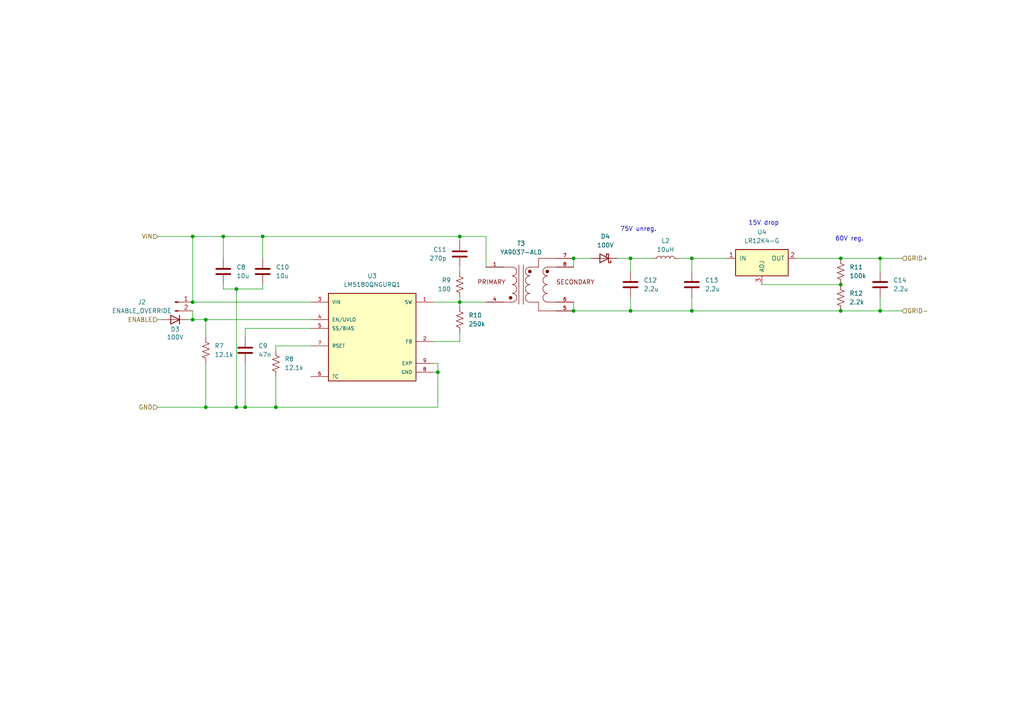
<source format=kicad_sch>
(kicad_sch
	(version 20250114)
	(generator "eeschema")
	(generator_version "9.0")
	(uuid "94c6524b-b27a-4aca-8f82-148c2269e32a")
	(paper "A4")
	(lib_symbols
		(symbol "Connector:Conn_01x02_Pin"
			(pin_names
				(offset 1.016)
				(hide yes)
			)
			(exclude_from_sim no)
			(in_bom yes)
			(on_board yes)
			(property "Reference" "J"
				(at 0 2.54 0)
				(effects
					(font
						(size 1.27 1.27)
					)
				)
			)
			(property "Value" "Conn_01x02_Pin"
				(at 0 -5.08 0)
				(effects
					(font
						(size 1.27 1.27)
					)
				)
			)
			(property "Footprint" ""
				(at 0 0 0)
				(effects
					(font
						(size 1.27 1.27)
					)
					(hide yes)
				)
			)
			(property "Datasheet" "~"
				(at 0 0 0)
				(effects
					(font
						(size 1.27 1.27)
					)
					(hide yes)
				)
			)
			(property "Description" "Generic connector, single row, 01x02, script generated"
				(at 0 0 0)
				(effects
					(font
						(size 1.27 1.27)
					)
					(hide yes)
				)
			)
			(property "ki_locked" ""
				(at 0 0 0)
				(effects
					(font
						(size 1.27 1.27)
					)
				)
			)
			(property "ki_keywords" "connector"
				(at 0 0 0)
				(effects
					(font
						(size 1.27 1.27)
					)
					(hide yes)
				)
			)
			(property "ki_fp_filters" "Connector*:*_1x??_*"
				(at 0 0 0)
				(effects
					(font
						(size 1.27 1.27)
					)
					(hide yes)
				)
			)
			(symbol "Conn_01x02_Pin_1_1"
				(rectangle
					(start 0.8636 0.127)
					(end 0 -0.127)
					(stroke
						(width 0.1524)
						(type default)
					)
					(fill
						(type outline)
					)
				)
				(rectangle
					(start 0.8636 -2.413)
					(end 0 -2.667)
					(stroke
						(width 0.1524)
						(type default)
					)
					(fill
						(type outline)
					)
				)
				(polyline
					(pts
						(xy 1.27 0) (xy 0.8636 0)
					)
					(stroke
						(width 0.1524)
						(type default)
					)
					(fill
						(type none)
					)
				)
				(polyline
					(pts
						(xy 1.27 -2.54) (xy 0.8636 -2.54)
					)
					(stroke
						(width 0.1524)
						(type default)
					)
					(fill
						(type none)
					)
				)
				(pin passive line
					(at 5.08 0 180)
					(length 3.81)
					(name "Pin_1"
						(effects
							(font
								(size 1.27 1.27)
							)
						)
					)
					(number "1"
						(effects
							(font
								(size 1.27 1.27)
							)
						)
					)
				)
				(pin passive line
					(at 5.08 -2.54 180)
					(length 3.81)
					(name "Pin_2"
						(effects
							(font
								(size 1.27 1.27)
							)
						)
					)
					(number "2"
						(effects
							(font
								(size 1.27 1.27)
							)
						)
					)
				)
			)
			(embedded_fonts no)
		)
		(symbol "Device:C"
			(pin_numbers
				(hide yes)
			)
			(pin_names
				(offset 0.254)
			)
			(exclude_from_sim no)
			(in_bom yes)
			(on_board yes)
			(property "Reference" "C"
				(at 0.635 2.54 0)
				(effects
					(font
						(size 1.27 1.27)
					)
					(justify left)
				)
			)
			(property "Value" "C"
				(at 0.635 -2.54 0)
				(effects
					(font
						(size 1.27 1.27)
					)
					(justify left)
				)
			)
			(property "Footprint" ""
				(at 0.9652 -3.81 0)
				(effects
					(font
						(size 1.27 1.27)
					)
					(hide yes)
				)
			)
			(property "Datasheet" "~"
				(at 0 0 0)
				(effects
					(font
						(size 1.27 1.27)
					)
					(hide yes)
				)
			)
			(property "Description" "Unpolarized capacitor"
				(at 0 0 0)
				(effects
					(font
						(size 1.27 1.27)
					)
					(hide yes)
				)
			)
			(property "ki_keywords" "cap capacitor"
				(at 0 0 0)
				(effects
					(font
						(size 1.27 1.27)
					)
					(hide yes)
				)
			)
			(property "ki_fp_filters" "C_*"
				(at 0 0 0)
				(effects
					(font
						(size 1.27 1.27)
					)
					(hide yes)
				)
			)
			(symbol "C_0_1"
				(polyline
					(pts
						(xy -2.032 0.762) (xy 2.032 0.762)
					)
					(stroke
						(width 0.508)
						(type default)
					)
					(fill
						(type none)
					)
				)
				(polyline
					(pts
						(xy -2.032 -0.762) (xy 2.032 -0.762)
					)
					(stroke
						(width 0.508)
						(type default)
					)
					(fill
						(type none)
					)
				)
			)
			(symbol "C_1_1"
				(pin passive line
					(at 0 3.81 270)
					(length 2.794)
					(name "~"
						(effects
							(font
								(size 1.27 1.27)
							)
						)
					)
					(number "1"
						(effects
							(font
								(size 1.27 1.27)
							)
						)
					)
				)
				(pin passive line
					(at 0 -3.81 90)
					(length 2.794)
					(name "~"
						(effects
							(font
								(size 1.27 1.27)
							)
						)
					)
					(number "2"
						(effects
							(font
								(size 1.27 1.27)
							)
						)
					)
				)
			)
			(embedded_fonts no)
		)
		(symbol "Device:D"
			(pin_numbers
				(hide yes)
			)
			(pin_names
				(offset 1.016)
				(hide yes)
			)
			(exclude_from_sim no)
			(in_bom yes)
			(on_board yes)
			(property "Reference" "D"
				(at 0 2.54 0)
				(effects
					(font
						(size 1.27 1.27)
					)
				)
			)
			(property "Value" "D"
				(at 0 -2.54 0)
				(effects
					(font
						(size 1.27 1.27)
					)
				)
			)
			(property "Footprint" ""
				(at 0 0 0)
				(effects
					(font
						(size 1.27 1.27)
					)
					(hide yes)
				)
			)
			(property "Datasheet" "~"
				(at 0 0 0)
				(effects
					(font
						(size 1.27 1.27)
					)
					(hide yes)
				)
			)
			(property "Description" "Diode"
				(at 0 0 0)
				(effects
					(font
						(size 1.27 1.27)
					)
					(hide yes)
				)
			)
			(property "Sim.Device" "D"
				(at 0 0 0)
				(effects
					(font
						(size 1.27 1.27)
					)
					(hide yes)
				)
			)
			(property "Sim.Pins" "1=K 2=A"
				(at 0 0 0)
				(effects
					(font
						(size 1.27 1.27)
					)
					(hide yes)
				)
			)
			(property "ki_keywords" "diode"
				(at 0 0 0)
				(effects
					(font
						(size 1.27 1.27)
					)
					(hide yes)
				)
			)
			(property "ki_fp_filters" "TO-???* *_Diode_* *SingleDiode* D_*"
				(at 0 0 0)
				(effects
					(font
						(size 1.27 1.27)
					)
					(hide yes)
				)
			)
			(symbol "D_0_1"
				(polyline
					(pts
						(xy -1.27 1.27) (xy -1.27 -1.27)
					)
					(stroke
						(width 0.254)
						(type default)
					)
					(fill
						(type none)
					)
				)
				(polyline
					(pts
						(xy 1.27 1.27) (xy 1.27 -1.27) (xy -1.27 0) (xy 1.27 1.27)
					)
					(stroke
						(width 0.254)
						(type default)
					)
					(fill
						(type none)
					)
				)
				(polyline
					(pts
						(xy 1.27 0) (xy -1.27 0)
					)
					(stroke
						(width 0)
						(type default)
					)
					(fill
						(type none)
					)
				)
			)
			(symbol "D_1_1"
				(pin passive line
					(at -3.81 0 0)
					(length 2.54)
					(name "K"
						(effects
							(font
								(size 1.27 1.27)
							)
						)
					)
					(number "1"
						(effects
							(font
								(size 1.27 1.27)
							)
						)
					)
				)
				(pin passive line
					(at 3.81 0 180)
					(length 2.54)
					(name "A"
						(effects
							(font
								(size 1.27 1.27)
							)
						)
					)
					(number "2"
						(effects
							(font
								(size 1.27 1.27)
							)
						)
					)
				)
			)
			(embedded_fonts no)
		)
		(symbol "Device:D_Schottky"
			(pin_numbers
				(hide yes)
			)
			(pin_names
				(offset 1.016)
				(hide yes)
			)
			(exclude_from_sim no)
			(in_bom yes)
			(on_board yes)
			(property "Reference" "D"
				(at 0 2.54 0)
				(effects
					(font
						(size 1.27 1.27)
					)
				)
			)
			(property "Value" "D_Schottky"
				(at 0 -2.54 0)
				(effects
					(font
						(size 1.27 1.27)
					)
				)
			)
			(property "Footprint" ""
				(at 0 0 0)
				(effects
					(font
						(size 1.27 1.27)
					)
					(hide yes)
				)
			)
			(property "Datasheet" "~"
				(at 0 0 0)
				(effects
					(font
						(size 1.27 1.27)
					)
					(hide yes)
				)
			)
			(property "Description" "Schottky diode"
				(at 0 0 0)
				(effects
					(font
						(size 1.27 1.27)
					)
					(hide yes)
				)
			)
			(property "ki_keywords" "diode Schottky"
				(at 0 0 0)
				(effects
					(font
						(size 1.27 1.27)
					)
					(hide yes)
				)
			)
			(property "ki_fp_filters" "TO-???* *_Diode_* *SingleDiode* D_*"
				(at 0 0 0)
				(effects
					(font
						(size 1.27 1.27)
					)
					(hide yes)
				)
			)
			(symbol "D_Schottky_0_1"
				(polyline
					(pts
						(xy -1.905 0.635) (xy -1.905 1.27) (xy -1.27 1.27) (xy -1.27 -1.27) (xy -0.635 -1.27) (xy -0.635 -0.635)
					)
					(stroke
						(width 0.254)
						(type default)
					)
					(fill
						(type none)
					)
				)
				(polyline
					(pts
						(xy 1.27 1.27) (xy 1.27 -1.27) (xy -1.27 0) (xy 1.27 1.27)
					)
					(stroke
						(width 0.254)
						(type default)
					)
					(fill
						(type none)
					)
				)
				(polyline
					(pts
						(xy 1.27 0) (xy -1.27 0)
					)
					(stroke
						(width 0)
						(type default)
					)
					(fill
						(type none)
					)
				)
			)
			(symbol "D_Schottky_1_1"
				(pin passive line
					(at -3.81 0 0)
					(length 2.54)
					(name "K"
						(effects
							(font
								(size 1.27 1.27)
							)
						)
					)
					(number "1"
						(effects
							(font
								(size 1.27 1.27)
							)
						)
					)
				)
				(pin passive line
					(at 3.81 0 180)
					(length 2.54)
					(name "A"
						(effects
							(font
								(size 1.27 1.27)
							)
						)
					)
					(number "2"
						(effects
							(font
								(size 1.27 1.27)
							)
						)
					)
				)
			)
			(embedded_fonts no)
		)
		(symbol "Device:L"
			(pin_numbers
				(hide yes)
			)
			(pin_names
				(offset 1.016)
				(hide yes)
			)
			(exclude_from_sim no)
			(in_bom yes)
			(on_board yes)
			(property "Reference" "L"
				(at -1.27 0 90)
				(effects
					(font
						(size 1.27 1.27)
					)
				)
			)
			(property "Value" "L"
				(at 1.905 0 90)
				(effects
					(font
						(size 1.27 1.27)
					)
				)
			)
			(property "Footprint" ""
				(at 0 0 0)
				(effects
					(font
						(size 1.27 1.27)
					)
					(hide yes)
				)
			)
			(property "Datasheet" "~"
				(at 0 0 0)
				(effects
					(font
						(size 1.27 1.27)
					)
					(hide yes)
				)
			)
			(property "Description" "Inductor"
				(at 0 0 0)
				(effects
					(font
						(size 1.27 1.27)
					)
					(hide yes)
				)
			)
			(property "ki_keywords" "inductor choke coil reactor magnetic"
				(at 0 0 0)
				(effects
					(font
						(size 1.27 1.27)
					)
					(hide yes)
				)
			)
			(property "ki_fp_filters" "Choke_* *Coil* Inductor_* L_*"
				(at 0 0 0)
				(effects
					(font
						(size 1.27 1.27)
					)
					(hide yes)
				)
			)
			(symbol "L_0_1"
				(arc
					(start 0 2.54)
					(mid 0.6323 1.905)
					(end 0 1.27)
					(stroke
						(width 0)
						(type default)
					)
					(fill
						(type none)
					)
				)
				(arc
					(start 0 1.27)
					(mid 0.6323 0.635)
					(end 0 0)
					(stroke
						(width 0)
						(type default)
					)
					(fill
						(type none)
					)
				)
				(arc
					(start 0 0)
					(mid 0.6323 -0.635)
					(end 0 -1.27)
					(stroke
						(width 0)
						(type default)
					)
					(fill
						(type none)
					)
				)
				(arc
					(start 0 -1.27)
					(mid 0.6323 -1.905)
					(end 0 -2.54)
					(stroke
						(width 0)
						(type default)
					)
					(fill
						(type none)
					)
				)
			)
			(symbol "L_1_1"
				(pin passive line
					(at 0 3.81 270)
					(length 1.27)
					(name "1"
						(effects
							(font
								(size 1.27 1.27)
							)
						)
					)
					(number "1"
						(effects
							(font
								(size 1.27 1.27)
							)
						)
					)
				)
				(pin passive line
					(at 0 -3.81 90)
					(length 1.27)
					(name "2"
						(effects
							(font
								(size 1.27 1.27)
							)
						)
					)
					(number "2"
						(effects
							(font
								(size 1.27 1.27)
							)
						)
					)
				)
			)
			(embedded_fonts no)
		)
		(symbol "Device:R_US"
			(pin_numbers
				(hide yes)
			)
			(pin_names
				(offset 0)
			)
			(exclude_from_sim no)
			(in_bom yes)
			(on_board yes)
			(property "Reference" "R"
				(at 2.54 0 90)
				(effects
					(font
						(size 1.27 1.27)
					)
				)
			)
			(property "Value" "R_US"
				(at -2.54 0 90)
				(effects
					(font
						(size 1.27 1.27)
					)
				)
			)
			(property "Footprint" ""
				(at 1.016 -0.254 90)
				(effects
					(font
						(size 1.27 1.27)
					)
					(hide yes)
				)
			)
			(property "Datasheet" "~"
				(at 0 0 0)
				(effects
					(font
						(size 1.27 1.27)
					)
					(hide yes)
				)
			)
			(property "Description" "Resistor, US symbol"
				(at 0 0 0)
				(effects
					(font
						(size 1.27 1.27)
					)
					(hide yes)
				)
			)
			(property "ki_keywords" "R res resistor"
				(at 0 0 0)
				(effects
					(font
						(size 1.27 1.27)
					)
					(hide yes)
				)
			)
			(property "ki_fp_filters" "R_*"
				(at 0 0 0)
				(effects
					(font
						(size 1.27 1.27)
					)
					(hide yes)
				)
			)
			(symbol "R_US_0_1"
				(polyline
					(pts
						(xy 0 2.286) (xy 0 2.54)
					)
					(stroke
						(width 0)
						(type default)
					)
					(fill
						(type none)
					)
				)
				(polyline
					(pts
						(xy 0 2.286) (xy 1.016 1.905) (xy 0 1.524) (xy -1.016 1.143) (xy 0 0.762)
					)
					(stroke
						(width 0)
						(type default)
					)
					(fill
						(type none)
					)
				)
				(polyline
					(pts
						(xy 0 0.762) (xy 1.016 0.381) (xy 0 0) (xy -1.016 -0.381) (xy 0 -0.762)
					)
					(stroke
						(width 0)
						(type default)
					)
					(fill
						(type none)
					)
				)
				(polyline
					(pts
						(xy 0 -0.762) (xy 1.016 -1.143) (xy 0 -1.524) (xy -1.016 -1.905) (xy 0 -2.286)
					)
					(stroke
						(width 0)
						(type default)
					)
					(fill
						(type none)
					)
				)
				(polyline
					(pts
						(xy 0 -2.286) (xy 0 -2.54)
					)
					(stroke
						(width 0)
						(type default)
					)
					(fill
						(type none)
					)
				)
			)
			(symbol "R_US_1_1"
				(pin passive line
					(at 0 3.81 270)
					(length 1.27)
					(name "~"
						(effects
							(font
								(size 1.27 1.27)
							)
						)
					)
					(number "1"
						(effects
							(font
								(size 1.27 1.27)
							)
						)
					)
				)
				(pin passive line
					(at 0 -3.81 90)
					(length 1.27)
					(name "~"
						(effects
							(font
								(size 1.27 1.27)
							)
						)
					)
					(number "2"
						(effects
							(font
								(size 1.27 1.27)
							)
						)
					)
				)
			)
			(embedded_fonts no)
		)
		(symbol "LM5180QNGURQ1:LM5180QNGURQ1"
			(pin_names
				(offset 1.016)
			)
			(exclude_from_sim no)
			(in_bom yes)
			(on_board yes)
			(property "Reference" "U"
				(at -12.7 13.97 0)
				(effects
					(font
						(size 1.27 1.27)
					)
					(justify left bottom)
				)
			)
			(property "Value" "LM5180QNGURQ1"
				(at -12.7 -13.97 0)
				(effects
					(font
						(size 1.27 1.27)
					)
					(justify left top)
				)
			)
			(property "Footprint" "LM5180QNGURQ1:SON80P400X400X80-9N"
				(at 0 0 0)
				(effects
					(font
						(size 1.27 1.27)
					)
					(justify bottom)
					(hide yes)
				)
			)
			(property "Datasheet" ""
				(at 0 0 0)
				(effects
					(font
						(size 1.27 1.27)
					)
					(hide yes)
				)
			)
			(property "Description" ""
				(at 0 0 0)
				(effects
					(font
						(size 1.27 1.27)
					)
					(hide yes)
				)
			)
			(property "MF" "Texas Instruments"
				(at 0 0 0)
				(effects
					(font
						(size 1.27 1.27)
					)
					(justify bottom)
					(hide yes)
				)
			)
			(property "MAXIMUM_PACKAGE_HEIGHT" "0.8 mm"
				(at 0 0 0)
				(effects
					(font
						(size 1.27 1.27)
					)
					(justify bottom)
					(hide yes)
				)
			)
			(property "Package" "WSON-8 Texas Instruments"
				(at 0 0 0)
				(effects
					(font
						(size 1.27 1.27)
					)
					(justify bottom)
					(hide yes)
				)
			)
			(property "Price" "None"
				(at 0 0 0)
				(effects
					(font
						(size 1.27 1.27)
					)
					(justify bottom)
					(hide yes)
				)
			)
			(property "Check_prices" "https://www.snapeda.com/parts/LM5180QNGURQ1/Texas+Instruments/view-part/?ref=eda"
				(at 0 0 0)
				(effects
					(font
						(size 1.27 1.27)
					)
					(justify bottom)
					(hide yes)
				)
			)
			(property "STANDARD" "IPC 7351B"
				(at 0 0 0)
				(effects
					(font
						(size 1.27 1.27)
					)
					(justify bottom)
					(hide yes)
				)
			)
			(property "PARTREV" "A"
				(at 0 0 0)
				(effects
					(font
						(size 1.27 1.27)
					)
					(justify bottom)
					(hide yes)
				)
			)
			(property "SnapEDA_Link" "https://www.snapeda.com/parts/LM5180QNGURQ1/Texas+Instruments/view-part/?ref=snap"
				(at 0 0 0)
				(effects
					(font
						(size 1.27 1.27)
					)
					(justify bottom)
					(hide yes)
				)
			)
			(property "MP" "LM5180QNGURQ1"
				(at 0 0 0)
				(effects
					(font
						(size 1.27 1.27)
					)
					(justify bottom)
					(hide yes)
				)
			)
			(property "Description_1" "\n                        \n                            Automotive 65-VIN no-opto flyback converter with 100-V, 1.5-A integrated MOSFET\n                        \n"
				(at 0 0 0)
				(effects
					(font
						(size 1.27 1.27)
					)
					(justify bottom)
					(hide yes)
				)
			)
			(property "Availability" "In Stock"
				(at 0 0 0)
				(effects
					(font
						(size 1.27 1.27)
					)
					(justify bottom)
					(hide yes)
				)
			)
			(property "MANUFACTURER" "Texas Instruments"
				(at 0 0 0)
				(effects
					(font
						(size 1.27 1.27)
					)
					(justify bottom)
					(hide yes)
				)
			)
			(symbol "LM5180QNGURQ1_0_0"
				(rectangle
					(start -12.7 -12.7)
					(end 12.7 12.7)
					(stroke
						(width 0.254)
						(type default)
					)
					(fill
						(type background)
					)
				)
				(pin input line
					(at -17.78 10.16 0)
					(length 5.08)
					(name "VIN"
						(effects
							(font
								(size 1.016 1.016)
							)
						)
					)
					(number "3"
						(effects
							(font
								(size 1.016 1.016)
							)
						)
					)
				)
				(pin input line
					(at -17.78 5.08 0)
					(length 5.08)
					(name "EN/UVLO"
						(effects
							(font
								(size 1.016 1.016)
							)
						)
					)
					(number "4"
						(effects
							(font
								(size 1.016 1.016)
							)
						)
					)
				)
				(pin input line
					(at -17.78 2.54 0)
					(length 5.08)
					(name "SS/BIAS"
						(effects
							(font
								(size 1.016 1.016)
							)
						)
					)
					(number "5"
						(effects
							(font
								(size 1.016 1.016)
							)
						)
					)
				)
				(pin passive line
					(at -17.78 -2.54 0)
					(length 5.08)
					(name "RSET"
						(effects
							(font
								(size 1.016 1.016)
							)
						)
					)
					(number "7"
						(effects
							(font
								(size 1.016 1.016)
							)
						)
					)
				)
				(pin passive line
					(at -17.78 -11.43 0)
					(length 5.08)
					(name "TC"
						(effects
							(font
								(size 1.016 1.016)
							)
						)
					)
					(number "6"
						(effects
							(font
								(size 1.016 1.016)
							)
						)
					)
				)
				(pin output line
					(at 17.78 10.16 180)
					(length 5.08)
					(name "SW"
						(effects
							(font
								(size 1.016 1.016)
							)
						)
					)
					(number "1"
						(effects
							(font
								(size 1.016 1.016)
							)
						)
					)
				)
				(pin input line
					(at 17.78 -1.27 180)
					(length 5.08)
					(name "FB"
						(effects
							(font
								(size 1.016 1.016)
							)
						)
					)
					(number "2"
						(effects
							(font
								(size 1.016 1.016)
							)
						)
					)
				)
				(pin power_in line
					(at 17.78 -7.62 180)
					(length 5.08)
					(name "EXP"
						(effects
							(font
								(size 1.016 1.016)
							)
						)
					)
					(number "9"
						(effects
							(font
								(size 1.016 1.016)
							)
						)
					)
				)
				(pin power_in line
					(at 17.78 -10.16 180)
					(length 5.08)
					(name "GND"
						(effects
							(font
								(size 1.016 1.016)
							)
						)
					)
					(number "8"
						(effects
							(font
								(size 1.016 1.016)
							)
						)
					)
				)
			)
			(embedded_fonts no)
		)
		(symbol "Regulator_Linear:LR8K4-G"
			(pin_names
				(offset 1.016)
			)
			(exclude_from_sim no)
			(in_bom yes)
			(on_board yes)
			(property "Reference" "U"
				(at -7.62 3.81 0)
				(effects
					(font
						(size 1.27 1.27)
					)
					(justify left)
				)
			)
			(property "Value" "LR8K4-G"
				(at 0 3.81 0)
				(effects
					(font
						(size 1.27 1.27)
					)
					(justify left)
				)
			)
			(property "Footprint" "Package_TO_SOT_SMD:TO-252-2"
				(at 0 -11.43 0)
				(effects
					(font
						(size 1.27 1.27)
					)
					(hide yes)
				)
			)
			(property "Datasheet" "http://ww1.microchip.com/downloads/en/DeviceDoc/20005399B.pdf"
				(at 0 0 0)
				(effects
					(font
						(size 1.27 1.27)
					)
					(hide yes)
				)
			)
			(property "Description" "30mA 450V High-Voltage Linear Regulator (Adjustable), TO-252 (D-PAK)"
				(at 0 0 0)
				(effects
					(font
						(size 1.27 1.27)
					)
					(hide yes)
				)
			)
			(property "ki_keywords" "High-Voltage Regulator Adjustable Positive"
				(at 0 0 0)
				(effects
					(font
						(size 1.27 1.27)
					)
					(hide yes)
				)
			)
			(property "ki_fp_filters" "TO*252*"
				(at 0 0 0)
				(effects
					(font
						(size 1.27 1.27)
					)
					(hide yes)
				)
			)
			(symbol "LR8K4-G_0_1"
				(rectangle
					(start -7.62 2.54)
					(end 7.62 -5.08)
					(stroke
						(width 0.254)
						(type default)
					)
					(fill
						(type background)
					)
				)
			)
			(symbol "LR8K4-G_1_1"
				(pin input line
					(at -10.16 0 0)
					(length 2.54)
					(name "IN"
						(effects
							(font
								(size 1.27 1.27)
							)
						)
					)
					(number "1"
						(effects
							(font
								(size 1.27 1.27)
							)
						)
					)
				)
				(pin input line
					(at 0 -7.62 90)
					(length 2.54)
					(name "ADJ"
						(effects
							(font
								(size 1.27 1.27)
							)
						)
					)
					(number "3"
						(effects
							(font
								(size 1.27 1.27)
							)
						)
					)
				)
				(pin power_out line
					(at 10.16 0 180)
					(length 2.54)
					(name "OUT"
						(effects
							(font
								(size 1.27 1.27)
							)
						)
					)
					(number "2"
						(effects
							(font
								(size 1.27 1.27)
							)
						)
					)
				)
			)
			(embedded_fonts no)
		)
		(symbol "YA9033-ALD:YA9033-ALD"
			(pin_names
				(offset 1.016)
			)
			(exclude_from_sim no)
			(in_bom yes)
			(on_board yes)
			(property "Reference" "T"
				(at -5.0839 10.1679 0)
				(effects
					(font
						(size 1.27 1.27)
					)
					(justify left bottom)
				)
			)
			(property "Value" "YA9033-ALD"
				(at -5.0814 -10.1627 0)
				(effects
					(font
						(size 1.27 1.27)
					)
					(justify left bottom)
				)
			)
			(property "Footprint" "YA9033-ALD:XFMR_YA9033-ALD"
				(at 0 0 0)
				(effects
					(font
						(size 1.27 1.27)
					)
					(justify bottom)
					(hide yes)
				)
			)
			(property "Datasheet" ""
				(at 0 0 0)
				(effects
					(font
						(size 1.27 1.27)
					)
					(hide yes)
				)
			)
			(property "Description" ""
				(at 0 0 0)
				(effects
					(font
						(size 1.27 1.27)
					)
					(hide yes)
				)
			)
			(property "MF" "Coilcraft"
				(at 0 0 0)
				(effects
					(font
						(size 1.27 1.27)
					)
					(justify bottom)
					(hide yes)
				)
			)
			(property "MAXIMUM_PACKAGE_HEIGHT" "10.60mm"
				(at 0 0 0)
				(effects
					(font
						(size 1.27 1.27)
					)
					(justify bottom)
					(hide yes)
				)
			)
			(property "Package" "None"
				(at 0 0 0)
				(effects
					(font
						(size 1.27 1.27)
					)
					(justify bottom)
					(hide yes)
				)
			)
			(property "Price" "None"
				(at 0 0 0)
				(effects
					(font
						(size 1.27 1.27)
					)
					(justify bottom)
					(hide yes)
				)
			)
			(property "Check_prices" "https://www.snapeda.com/parts/YA9033-ALD/Coilcraft/view-part/?ref=eda"
				(at 0 0 0)
				(effects
					(font
						(size 1.27 1.27)
					)
					(justify bottom)
					(hide yes)
				)
			)
			(property "STANDARD" "Manufacturer Recommendations"
				(at 0 0 0)
				(effects
					(font
						(size 1.27 1.27)
					)
					(justify bottom)
					(hide yes)
				)
			)
			(property "PARTREV" "05/12/21"
				(at 0 0 0)
				(effects
					(font
						(size 1.27 1.27)
					)
					(justify bottom)
					(hide yes)
				)
			)
			(property "SnapEDA_Link" "https://www.snapeda.com/parts/YA9033-ALD/Coilcraft/view-part/?ref=snap"
				(at 0 0 0)
				(effects
					(font
						(size 1.27 1.27)
					)
					(justify bottom)
					(hide yes)
				)
			)
			(property "MP" "YA9033-ALD"
				(at 0 0 0)
				(effects
					(font
						(size 1.27 1.27)
					)
					(justify bottom)
					(hide yes)
				)
			)
			(property "Description_1" "Flyback Converters For For DC/DC Converters SMPS Transformer 1500Vrms Isolation 300kHz Surface Mount"
				(at 0 0 0)
				(effects
					(font
						(size 1.27 1.27)
					)
					(justify bottom)
					(hide yes)
				)
			)
			(property "Availability" "In Stock"
				(at 0 0 0)
				(effects
					(font
						(size 1.27 1.27)
					)
					(justify bottom)
					(hide yes)
				)
			)
			(property "MANUFACTURER" "Coilcraft"
				(at 0 0 0)
				(effects
					(font
						(size 1.27 1.27)
					)
					(justify bottom)
					(hide yes)
				)
			)
			(symbol "YA9033-ALD_0_0"
				(circle
					(center -3.048 -3.81)
					(radius 0.254)
					(stroke
						(width 0.508)
						(type default)
					)
					(fill
						(type none)
					)
				)
				(arc
					(start -2.54 5.08)
					(mid -1.2755 3.81)
					(end -2.54 2.54)
					(stroke
						(width 0.1524)
						(type default)
					)
					(fill
						(type none)
					)
				)
				(arc
					(start -2.54 2.54)
					(mid -1.2755 1.27)
					(end -2.54 0)
					(stroke
						(width 0.1524)
						(type default)
					)
					(fill
						(type none)
					)
				)
				(arc
					(start -2.54 0)
					(mid -1.2755 -1.27)
					(end -2.54 -2.54)
					(stroke
						(width 0.1524)
						(type default)
					)
					(fill
						(type none)
					)
				)
				(arc
					(start -2.54 -2.54)
					(mid -1.2755 -3.81)
					(end -2.54 -5.08)
					(stroke
						(width 0.1524)
						(type default)
					)
					(fill
						(type none)
					)
				)
				(polyline
					(pts
						(xy -2.54 5.08) (xy -5.08 5.08)
					)
					(stroke
						(width 0.1524)
						(type default)
					)
					(fill
						(type none)
					)
				)
				(polyline
					(pts
						(xy -2.54 -5.08) (xy -5.08 -5.08)
					)
					(stroke
						(width 0.1524)
						(type default)
					)
					(fill
						(type none)
					)
				)
				(polyline
					(pts
						(xy -0.635 5.715) (xy -0.635 -5.715)
					)
					(stroke
						(width 0.1524)
						(type default)
					)
					(fill
						(type none)
					)
				)
				(polyline
					(pts
						(xy 0.635 5.715) (xy 0.635 -5.715)
					)
					(stroke
						(width 0.1524)
						(type default)
					)
					(fill
						(type none)
					)
				)
				(polyline
					(pts
						(xy 2.54 5.08) (xy 5.08 5.08)
					)
					(stroke
						(width 0.1524)
						(type default)
					)
					(fill
						(type none)
					)
				)
				(circle
					(center 2.54 3.81)
					(radius 0.254)
					(stroke
						(width 0.508)
						(type default)
					)
					(fill
						(type none)
					)
				)
				(polyline
					(pts
						(xy 2.54 -5.08) (xy 5.08 -5.08)
					)
					(stroke
						(width 0.1524)
						(type default)
					)
					(fill
						(type none)
					)
				)
				(arc
					(start 2.54 2.54)
					(mid 1.2755 3.81)
					(end 2.54 5.08)
					(stroke
						(width 0.1524)
						(type default)
					)
					(fill
						(type none)
					)
				)
				(arc
					(start 2.54 0)
					(mid 1.2755 1.27)
					(end 2.54 2.54)
					(stroke
						(width 0.1524)
						(type default)
					)
					(fill
						(type none)
					)
				)
				(arc
					(start 2.54 -2.54)
					(mid 1.2755 -1.27)
					(end 2.54 0)
					(stroke
						(width 0.1524)
						(type default)
					)
					(fill
						(type none)
					)
				)
				(arc
					(start 2.54 -5.08)
					(mid 1.2755 -3.81)
					(end 2.54 -2.54)
					(stroke
						(width 0.1524)
						(type default)
					)
					(fill
						(type none)
					)
				)
				(polyline
					(pts
						(xy 5.08 7.62) (xy 10.16 7.62)
					)
					(stroke
						(width 0.1524)
						(type default)
					)
					(fill
						(type none)
					)
				)
				(polyline
					(pts
						(xy 5.08 5.08) (xy 5.08 7.62)
					)
					(stroke
						(width 0.1524)
						(type default)
					)
					(fill
						(type none)
					)
				)
				(polyline
					(pts
						(xy 5.08 -5.08) (xy 5.08 -7.62)
					)
					(stroke
						(width 0.1524)
						(type default)
					)
					(fill
						(type none)
					)
				)
				(polyline
					(pts
						(xy 5.08 -7.62) (xy 10.16 -7.62)
					)
					(stroke
						(width 0.1524)
						(type default)
					)
					(fill
						(type none)
					)
				)
				(polyline
					(pts
						(xy 7.62 5.08) (xy 10.16 5.08)
					)
					(stroke
						(width 0.1524)
						(type default)
					)
					(fill
						(type none)
					)
				)
				(circle
					(center 7.62 3.81)
					(radius 0.254)
					(stroke
						(width 0.508)
						(type default)
					)
					(fill
						(type none)
					)
				)
				(polyline
					(pts
						(xy 7.62 -5.08) (xy 10.16 -5.08)
					)
					(stroke
						(width 0.1524)
						(type default)
					)
					(fill
						(type none)
					)
				)
				(arc
					(start 7.62 2.54)
					(mid 6.3555 3.81)
					(end 7.62 5.08)
					(stroke
						(width 0.1524)
						(type default)
					)
					(fill
						(type none)
					)
				)
				(arc
					(start 7.62 0)
					(mid 6.3555 1.27)
					(end 7.62 2.54)
					(stroke
						(width 0.1524)
						(type default)
					)
					(fill
						(type none)
					)
				)
				(arc
					(start 7.62 -2.54)
					(mid 6.3555 -1.27)
					(end 7.62 0)
					(stroke
						(width 0.1524)
						(type default)
					)
					(fill
						(type none)
					)
				)
				(arc
					(start 7.62 -5.08)
					(mid 6.3555 -3.81)
					(end 7.62 -2.54)
					(stroke
						(width 0.1524)
						(type default)
					)
					(fill
						(type none)
					)
				)
				(text "PRIMARY"
					(at -12.7 0 0)
					(effects
						(font
							(size 1.27 1.27)
						)
						(justify left bottom)
					)
				)
				(text "SECONDARY"
					(at 10.16 0 0)
					(effects
						(font
							(size 1.27 1.27)
						)
						(justify left bottom)
					)
				)
				(pin passive line
					(at -10.16 5.08 0)
					(length 5.08)
					(name "~"
						(effects
							(font
								(size 1.016 1.016)
							)
						)
					)
					(number "1"
						(effects
							(font
								(size 1.016 1.016)
							)
						)
					)
				)
				(pin passive line
					(at -10.16 -5.08 0)
					(length 5.08)
					(name "~"
						(effects
							(font
								(size 1.016 1.016)
							)
						)
					)
					(number "4"
						(effects
							(font
								(size 1.016 1.016)
							)
						)
					)
				)
				(pin passive line
					(at 15.24 7.62 180)
					(length 5.08)
					(name "~"
						(effects
							(font
								(size 1.016 1.016)
							)
						)
					)
					(number "7"
						(effects
							(font
								(size 1.016 1.016)
							)
						)
					)
				)
				(pin passive line
					(at 15.24 5.08 180)
					(length 5.08)
					(name "~"
						(effects
							(font
								(size 1.016 1.016)
							)
						)
					)
					(number "8"
						(effects
							(font
								(size 1.016 1.016)
							)
						)
					)
				)
				(pin passive line
					(at 15.24 -5.08 180)
					(length 5.08)
					(name "~"
						(effects
							(font
								(size 1.016 1.016)
							)
						)
					)
					(number "6"
						(effects
							(font
								(size 1.016 1.016)
							)
						)
					)
				)
				(pin passive line
					(at 15.24 -7.62 180)
					(length 5.08)
					(name "~"
						(effects
							(font
								(size 1.016 1.016)
							)
						)
					)
					(number "5"
						(effects
							(font
								(size 1.016 1.016)
							)
						)
					)
				)
			)
			(embedded_fonts no)
		)
	)
	(text "15V drop \n"
		(exclude_from_sim no)
		(at 221.996 64.77 0)
		(effects
			(font
				(size 1.27 1.27)
			)
		)
		(uuid "5a463971-bfb3-4d16-ae39-38daf6ead73f")
	)
	(text "75V unreg.\n"
		(exclude_from_sim no)
		(at 185.166 66.548 0)
		(effects
			(font
				(size 1.27 1.27)
			)
		)
		(uuid "e73c8bd1-17fc-4aa0-8d30-ec5908a4f178")
	)
	(text "60V reg."
		(exclude_from_sim no)
		(at 246.38 69.342 0)
		(effects
			(font
				(size 1.27 1.27)
			)
		)
		(uuid "ea9e04e9-2b49-4f96-8b75-a756014f39a3")
	)
	(junction
		(at 182.88 74.93)
		(diameter 0)
		(color 0 0 0 0)
		(uuid "0a5ab36f-5c01-4e5d-b8ea-49c2c93f2d14")
	)
	(junction
		(at 182.88 90.17)
		(diameter 0)
		(color 0 0 0 0)
		(uuid "14d7d93e-4170-4efc-a126-8c5eed78a722")
	)
	(junction
		(at 59.69 118.11)
		(diameter 0)
		(color 0 0 0 0)
		(uuid "242c418d-2484-4b0d-9dc3-1e2985f9f16d")
	)
	(junction
		(at 200.66 90.17)
		(diameter 0)
		(color 0 0 0 0)
		(uuid "2d47bbbe-834b-4875-862c-22dc5b61ae1a")
	)
	(junction
		(at 243.84 74.93)
		(diameter 0)
		(color 0 0 0 0)
		(uuid "372e644a-15d1-4f5f-b582-6aeeaf4d0ef1")
	)
	(junction
		(at 133.35 87.63)
		(diameter 0)
		(color 0 0 0 0)
		(uuid "3c996646-3020-4a51-97b1-0b8d4f2a51ec")
	)
	(junction
		(at 59.69 92.71)
		(diameter 0)
		(color 0 0 0 0)
		(uuid "47a09680-f33c-4a14-9b9b-c82572b8ed40")
	)
	(junction
		(at 55.88 92.71)
		(diameter 0)
		(color 0 0 0 0)
		(uuid "4b6d24f5-5083-4756-a9f5-f94fbab2d61d")
	)
	(junction
		(at 64.77 68.58)
		(diameter 0)
		(color 0 0 0 0)
		(uuid "52859d53-f970-4b43-b29d-b7af38c63451")
	)
	(junction
		(at 55.88 68.58)
		(diameter 0)
		(color 0 0 0 0)
		(uuid "5a3a4143-a352-4505-87f1-233b3e582e62")
	)
	(junction
		(at 255.27 74.93)
		(diameter 0)
		(color 0 0 0 0)
		(uuid "950c2b9c-5ce0-4b04-b839-d3ded8f4ef8b")
	)
	(junction
		(at 55.88 87.63)
		(diameter 0)
		(color 0 0 0 0)
		(uuid "95f8e78b-519c-43c1-b283-ad0f08e934c8")
	)
	(junction
		(at 76.2 68.58)
		(diameter 0)
		(color 0 0 0 0)
		(uuid "96d8b008-98c7-4225-b71d-90e10901d62a")
	)
	(junction
		(at 243.84 82.55)
		(diameter 0)
		(color 0 0 0 0)
		(uuid "a038bf42-08ba-4263-a729-11b6ea410e51")
	)
	(junction
		(at 71.12 118.11)
		(diameter 0)
		(color 0 0 0 0)
		(uuid "a0c8102c-6b3f-4199-bd21-94f59c1b6e54")
	)
	(junction
		(at 127 107.95)
		(diameter 0)
		(color 0 0 0 0)
		(uuid "a35d8abc-d9c2-4f08-a029-fe47051f50b9")
	)
	(junction
		(at 166.37 74.93)
		(diameter 0)
		(color 0 0 0 0)
		(uuid "b6a27759-a2fa-4822-90ae-3e2165b18cac")
	)
	(junction
		(at 68.58 83.82)
		(diameter 0)
		(color 0 0 0 0)
		(uuid "b86c45a6-e4bf-4511-8e61-f90f80a1d230")
	)
	(junction
		(at 133.35 68.58)
		(diameter 0)
		(color 0 0 0 0)
		(uuid "ba2757d4-1f3a-400d-8f47-33d7a06588ed")
	)
	(junction
		(at 166.37 90.17)
		(diameter 0)
		(color 0 0 0 0)
		(uuid "c0038e13-fa21-4015-a072-b2a812965594")
	)
	(junction
		(at 68.58 118.11)
		(diameter 0)
		(color 0 0 0 0)
		(uuid "c2ce90ad-5b4f-4eec-b62b-658012966640")
	)
	(junction
		(at 80.01 118.11)
		(diameter 0)
		(color 0 0 0 0)
		(uuid "cb01222f-6ba7-46d6-9951-2b46f549515d")
	)
	(junction
		(at 255.27 90.17)
		(diameter 0)
		(color 0 0 0 0)
		(uuid "cf1abf43-8643-45e2-931a-ccd4083d363b")
	)
	(junction
		(at 200.66 74.93)
		(diameter 0)
		(color 0 0 0 0)
		(uuid "df9420d3-339d-4092-bf3d-9a61bd72934a")
	)
	(junction
		(at 243.84 90.17)
		(diameter 0)
		(color 0 0 0 0)
		(uuid "f17200ed-9702-4ed1-a799-26d2fe169444")
	)
	(wire
		(pts
			(xy 133.35 77.47) (xy 133.35 78.74)
		)
		(stroke
			(width 0)
			(type default)
		)
		(uuid "010e7fe7-577f-412d-bdd5-33eda863f624")
	)
	(wire
		(pts
			(xy 166.37 90.17) (xy 182.88 90.17)
		)
		(stroke
			(width 0)
			(type default)
		)
		(uuid "09cc38cd-54e0-4779-ba8a-acf26bd5db95")
	)
	(wire
		(pts
			(xy 55.88 90.17) (xy 55.88 92.71)
		)
		(stroke
			(width 0)
			(type default)
		)
		(uuid "09e4416c-619e-49cb-8a39-2dc136a8e554")
	)
	(wire
		(pts
			(xy 54.61 92.71) (xy 55.88 92.71)
		)
		(stroke
			(width 0)
			(type default)
		)
		(uuid "108f0a08-2164-48ed-b675-bbccab84f754")
	)
	(wire
		(pts
			(xy 59.69 92.71) (xy 55.88 92.71)
		)
		(stroke
			(width 0)
			(type default)
		)
		(uuid "12f1b3d3-00b0-4182-a6f2-4705d2cbdf14")
	)
	(wire
		(pts
			(xy 200.66 90.17) (xy 200.66 86.36)
		)
		(stroke
			(width 0)
			(type default)
		)
		(uuid "13dd54b9-eb0a-4de9-8ec5-867563e55f68")
	)
	(wire
		(pts
			(xy 200.66 78.74) (xy 200.66 74.93)
		)
		(stroke
			(width 0)
			(type default)
		)
		(uuid "165544c5-8d1a-4d06-b500-3148f93efd6f")
	)
	(wire
		(pts
			(xy 76.2 82.55) (xy 76.2 83.82)
		)
		(stroke
			(width 0)
			(type default)
		)
		(uuid "216e2d3b-5537-46b3-9b9a-3c0f8f6447fd")
	)
	(wire
		(pts
			(xy 59.69 92.71) (xy 59.69 97.79)
		)
		(stroke
			(width 0)
			(type default)
		)
		(uuid "22dbae38-9b53-415b-931b-5bad06c92218")
	)
	(wire
		(pts
			(xy 200.66 90.17) (xy 243.84 90.17)
		)
		(stroke
			(width 0)
			(type default)
		)
		(uuid "29f18c44-40fb-419a-a5b7-07b732ac8113")
	)
	(wire
		(pts
			(xy 71.12 105.41) (xy 71.12 118.11)
		)
		(stroke
			(width 0)
			(type default)
		)
		(uuid "2b0bd225-3e94-4744-a94b-480ddb702820")
	)
	(wire
		(pts
			(xy 45.72 92.71) (xy 46.99 92.71)
		)
		(stroke
			(width 0)
			(type default)
		)
		(uuid "2cd3db1a-1022-4354-8c47-655921e3e95a")
	)
	(wire
		(pts
			(xy 200.66 74.93) (xy 210.82 74.93)
		)
		(stroke
			(width 0)
			(type default)
		)
		(uuid "2e529656-0e8e-4fec-bde2-f177744fe1d8")
	)
	(wire
		(pts
			(xy 166.37 74.93) (xy 171.45 74.93)
		)
		(stroke
			(width 0)
			(type default)
		)
		(uuid "331fdc6b-dece-4152-8d8f-a351ff56701d")
	)
	(wire
		(pts
			(xy 80.01 100.33) (xy 80.01 101.6)
		)
		(stroke
			(width 0)
			(type default)
		)
		(uuid "3f6a9678-4ae5-4f1d-b664-5c8a80536f87")
	)
	(wire
		(pts
			(xy 55.88 87.63) (xy 90.17 87.63)
		)
		(stroke
			(width 0)
			(type default)
		)
		(uuid "41253517-d764-41d1-b316-c9efe39b1f3c")
	)
	(wire
		(pts
			(xy 125.73 107.95) (xy 127 107.95)
		)
		(stroke
			(width 0)
			(type default)
		)
		(uuid "523ef615-7ce5-4987-a544-3b5cc76384e4")
	)
	(wire
		(pts
			(xy 80.01 118.11) (xy 127 118.11)
		)
		(stroke
			(width 0)
			(type default)
		)
		(uuid "571abfd2-d4fe-4e5d-bc3a-3518414bc6f7")
	)
	(wire
		(pts
			(xy 125.73 105.41) (xy 127 105.41)
		)
		(stroke
			(width 0)
			(type default)
		)
		(uuid "5ca2f2a2-a0f2-4db9-a433-feca07bd0b5b")
	)
	(wire
		(pts
			(xy 55.88 68.58) (xy 55.88 87.63)
		)
		(stroke
			(width 0)
			(type default)
		)
		(uuid "5e1d2e16-7198-4042-b770-0c521adaae18")
	)
	(wire
		(pts
			(xy 64.77 68.58) (xy 55.88 68.58)
		)
		(stroke
			(width 0)
			(type default)
		)
		(uuid "61b3695c-8477-4662-a042-781209307034")
	)
	(wire
		(pts
			(xy 68.58 83.82) (xy 68.58 118.11)
		)
		(stroke
			(width 0)
			(type default)
		)
		(uuid "6be8d52e-47d6-4621-a967-cb673207f11f")
	)
	(wire
		(pts
			(xy 64.77 68.58) (xy 64.77 74.93)
		)
		(stroke
			(width 0)
			(type default)
		)
		(uuid "6ddc0ee6-f2d5-4043-b919-fb98216d48a2")
	)
	(wire
		(pts
			(xy 125.73 87.63) (xy 133.35 87.63)
		)
		(stroke
			(width 0)
			(type default)
		)
		(uuid "6fa60c94-5ae9-41b4-a9e3-1c3ac4dfb605")
	)
	(wire
		(pts
			(xy 182.88 74.93) (xy 189.23 74.93)
		)
		(stroke
			(width 0)
			(type default)
		)
		(uuid "73bcfa95-cd86-4a71-8158-23638ee610c2")
	)
	(wire
		(pts
			(xy 45.72 68.58) (xy 55.88 68.58)
		)
		(stroke
			(width 0)
			(type default)
		)
		(uuid "75636680-49db-4535-89f8-c8d0bf0faada")
	)
	(wire
		(pts
			(xy 182.88 78.74) (xy 182.88 74.93)
		)
		(stroke
			(width 0)
			(type default)
		)
		(uuid "7618e1ce-d673-49fb-8ecc-f8589fbf0266")
	)
	(wire
		(pts
			(xy 166.37 87.63) (xy 166.37 90.17)
		)
		(stroke
			(width 0)
			(type default)
		)
		(uuid "761f6ef2-a2a5-4842-b03e-35e3ed2bf16d")
	)
	(wire
		(pts
			(xy 80.01 109.22) (xy 80.01 118.11)
		)
		(stroke
			(width 0)
			(type default)
		)
		(uuid "762dc567-5c27-452c-b7dc-feae9769edb5")
	)
	(wire
		(pts
			(xy 179.07 74.93) (xy 182.88 74.93)
		)
		(stroke
			(width 0)
			(type default)
		)
		(uuid "769cd311-4094-4dcf-9b64-d73497aebd0e")
	)
	(wire
		(pts
			(xy 64.77 82.55) (xy 64.77 83.82)
		)
		(stroke
			(width 0)
			(type default)
		)
		(uuid "7f558736-12fa-4c45-a75e-225f7e3c1b98")
	)
	(wire
		(pts
			(xy 59.69 118.11) (xy 68.58 118.11)
		)
		(stroke
			(width 0)
			(type default)
		)
		(uuid "7fdbb05d-f31c-49a4-8ffe-c501d5e1cbc9")
	)
	(wire
		(pts
			(xy 182.88 90.17) (xy 182.88 86.36)
		)
		(stroke
			(width 0)
			(type default)
		)
		(uuid "8475e09b-b13f-4a6a-b7e2-7f50ffaf4cab")
	)
	(wire
		(pts
			(xy 59.69 92.71) (xy 90.17 92.71)
		)
		(stroke
			(width 0)
			(type default)
		)
		(uuid "871fb9ba-f3ea-4897-b43b-dbdbfff4e116")
	)
	(wire
		(pts
			(xy 243.84 74.93) (xy 255.27 74.93)
		)
		(stroke
			(width 0)
			(type default)
		)
		(uuid "8e957f09-30d1-4608-8b0a-deb60dca9856")
	)
	(wire
		(pts
			(xy 68.58 83.82) (xy 64.77 83.82)
		)
		(stroke
			(width 0)
			(type default)
		)
		(uuid "903f41c0-cb31-438f-8d78-696a7dfea103")
	)
	(wire
		(pts
			(xy 125.73 99.06) (xy 133.35 99.06)
		)
		(stroke
			(width 0)
			(type default)
		)
		(uuid "98a6cead-a55a-42fd-b16f-20322c09e07a")
	)
	(wire
		(pts
			(xy 71.12 118.11) (xy 80.01 118.11)
		)
		(stroke
			(width 0)
			(type default)
		)
		(uuid "99c18cc1-555e-4512-a3b7-095f82657693")
	)
	(wire
		(pts
			(xy 90.17 100.33) (xy 80.01 100.33)
		)
		(stroke
			(width 0)
			(type default)
		)
		(uuid "9f02367d-ae7c-495a-a7f0-eb42101db0fb")
	)
	(wire
		(pts
			(xy 140.97 68.58) (xy 133.35 68.58)
		)
		(stroke
			(width 0)
			(type default)
		)
		(uuid "a24556e0-1eab-4472-b39f-5e9aa5fd4491")
	)
	(wire
		(pts
			(xy 255.27 86.36) (xy 255.27 90.17)
		)
		(stroke
			(width 0)
			(type default)
		)
		(uuid "a76d995a-26c0-427c-9727-bf0f88420197")
	)
	(wire
		(pts
			(xy 45.72 118.11) (xy 59.69 118.11)
		)
		(stroke
			(width 0)
			(type default)
		)
		(uuid "ab549898-4d1a-44c4-95f5-8530f34f4842")
	)
	(wire
		(pts
			(xy 90.17 95.25) (xy 71.12 95.25)
		)
		(stroke
			(width 0)
			(type default)
		)
		(uuid "b9a59939-f4a4-4bdf-8f86-19e6028135b0")
	)
	(wire
		(pts
			(xy 127 105.41) (xy 127 107.95)
		)
		(stroke
			(width 0)
			(type default)
		)
		(uuid "ba13b91f-7b22-4a54-b41e-b16eaba0ed3d")
	)
	(wire
		(pts
			(xy 59.69 105.41) (xy 59.69 118.11)
		)
		(stroke
			(width 0)
			(type default)
		)
		(uuid "ce516ce5-76d1-419c-a147-4f2378520f1a")
	)
	(wire
		(pts
			(xy 140.97 77.47) (xy 140.97 68.58)
		)
		(stroke
			(width 0)
			(type default)
		)
		(uuid "cf1525e0-5198-4841-8748-bc89badac5da")
	)
	(wire
		(pts
			(xy 231.14 74.93) (xy 243.84 74.93)
		)
		(stroke
			(width 0)
			(type default)
		)
		(uuid "d136dec2-05a1-4927-9ca2-95b275dc6f12")
	)
	(wire
		(pts
			(xy 133.35 68.58) (xy 133.35 69.85)
		)
		(stroke
			(width 0)
			(type default)
		)
		(uuid "d1d0a39e-476c-4b47-a2e7-31462b0965b4")
	)
	(wire
		(pts
			(xy 133.35 87.63) (xy 133.35 88.9)
		)
		(stroke
			(width 0)
			(type default)
		)
		(uuid "d55e484c-f719-4851-acae-9e439a9ea68c")
	)
	(wire
		(pts
			(xy 71.12 95.25) (xy 71.12 97.79)
		)
		(stroke
			(width 0)
			(type default)
		)
		(uuid "d6f86ef9-e9ad-4f8f-bda4-81bbca922854")
	)
	(wire
		(pts
			(xy 255.27 90.17) (xy 261.62 90.17)
		)
		(stroke
			(width 0)
			(type default)
		)
		(uuid "d71b6458-3c09-4c4c-b032-afd955166878")
	)
	(wire
		(pts
			(xy 133.35 87.63) (xy 140.97 87.63)
		)
		(stroke
			(width 0)
			(type default)
		)
		(uuid "da787497-b573-42cb-b819-f097a78c2404")
	)
	(wire
		(pts
			(xy 243.84 90.17) (xy 255.27 90.17)
		)
		(stroke
			(width 0)
			(type default)
		)
		(uuid "dc6ad6c7-95c8-4017-ba1c-18eaa5ce6bf6")
	)
	(wire
		(pts
			(xy 76.2 83.82) (xy 68.58 83.82)
		)
		(stroke
			(width 0)
			(type default)
		)
		(uuid "dd69e486-3825-4333-907c-66e22be043ee")
	)
	(wire
		(pts
			(xy 200.66 74.93) (xy 196.85 74.93)
		)
		(stroke
			(width 0)
			(type default)
		)
		(uuid "df279212-20af-47b8-ba4f-e47b81005626")
	)
	(wire
		(pts
			(xy 64.77 68.58) (xy 76.2 68.58)
		)
		(stroke
			(width 0)
			(type default)
		)
		(uuid "e0c5e3d7-0748-4653-b3fc-fe9c3fe1d630")
	)
	(wire
		(pts
			(xy 133.35 86.36) (xy 133.35 87.63)
		)
		(stroke
			(width 0)
			(type default)
		)
		(uuid "e2d55d60-81f4-41e5-bf57-2c10e93600d3")
	)
	(wire
		(pts
			(xy 133.35 99.06) (xy 133.35 96.52)
		)
		(stroke
			(width 0)
			(type default)
		)
		(uuid "e3064492-0857-411e-90db-7e685cb2e9bb")
	)
	(wire
		(pts
			(xy 220.98 82.55) (xy 243.84 82.55)
		)
		(stroke
			(width 0)
			(type default)
		)
		(uuid "e4b02d2c-f2df-4d9f-9a05-df0b8bdd0e85")
	)
	(wire
		(pts
			(xy 166.37 74.93) (xy 166.37 77.47)
		)
		(stroke
			(width 0)
			(type default)
		)
		(uuid "e67e25f3-c807-4f24-9a5d-aba818912cbc")
	)
	(wire
		(pts
			(xy 182.88 90.17) (xy 200.66 90.17)
		)
		(stroke
			(width 0)
			(type default)
		)
		(uuid "ed795ffe-3da7-4e20-bb81-c262e75b0074")
	)
	(wire
		(pts
			(xy 127 107.95) (xy 127 118.11)
		)
		(stroke
			(width 0)
			(type default)
		)
		(uuid "f00985ef-d00a-4251-9f0c-38275674aad6")
	)
	(wire
		(pts
			(xy 255.27 74.93) (xy 255.27 78.74)
		)
		(stroke
			(width 0)
			(type default)
		)
		(uuid "f08cf256-cd6d-4f13-a85e-fe1af13ca7c1")
	)
	(wire
		(pts
			(xy 255.27 74.93) (xy 261.62 74.93)
		)
		(stroke
			(width 0)
			(type default)
		)
		(uuid "f9812dc7-5c8e-4ffe-977f-9464c5037b51")
	)
	(wire
		(pts
			(xy 133.35 68.58) (xy 76.2 68.58)
		)
		(stroke
			(width 0)
			(type default)
		)
		(uuid "fb23ae97-4b9c-418a-9b3c-4ea19405e4da")
	)
	(wire
		(pts
			(xy 68.58 118.11) (xy 71.12 118.11)
		)
		(stroke
			(width 0)
			(type default)
		)
		(uuid "fdf3f9c4-2e34-4bca-b345-e7c92f3c5022")
	)
	(wire
		(pts
			(xy 76.2 68.58) (xy 76.2 74.93)
		)
		(stroke
			(width 0)
			(type default)
		)
		(uuid "ff804e63-5867-4e4a-8fcf-09ab8cf7395e")
	)
	(hierarchical_label "VIN"
		(shape input)
		(at 45.72 68.58 180)
		(effects
			(font
				(size 1.27 1.27)
			)
			(justify right)
		)
		(uuid "45cb7473-0eef-496a-9f9b-1a32350632b3")
	)
	(hierarchical_label "GND"
		(shape input)
		(at 45.72 118.11 180)
		(effects
			(font
				(size 1.27 1.27)
			)
			(justify right)
		)
		(uuid "6f186cd4-fa84-48b8-90b5-e505cc8f87ed")
	)
	(hierarchical_label "GRID-"
		(shape input)
		(at 261.62 90.17 0)
		(effects
			(font
				(size 1.27 1.27)
			)
			(justify left)
		)
		(uuid "ab0e0477-321f-4853-a6b7-c2ffa0c146a3")
	)
	(hierarchical_label "GRID+"
		(shape input)
		(at 261.62 74.93 0)
		(effects
			(font
				(size 1.27 1.27)
			)
			(justify left)
		)
		(uuid "c9c9f827-84d3-488d-a8e6-39cac3a7539c")
	)
	(hierarchical_label "ENABLE"
		(shape input)
		(at 45.72 92.71 180)
		(effects
			(font
				(size 1.27 1.27)
			)
			(justify right)
		)
		(uuid "ce8b1b6a-a837-4855-a610-c16d65ea838e")
	)
	(symbol
		(lib_id "Device:C")
		(at 64.77 78.74 0)
		(unit 1)
		(exclude_from_sim no)
		(in_bom yes)
		(on_board yes)
		(dnp no)
		(fields_autoplaced yes)
		(uuid "007f4009-4e69-4a3d-8880-da3621bb94a9")
		(property "Reference" "C8"
			(at 68.58 77.4699 0)
			(effects
				(font
					(size 1.27 1.27)
				)
				(justify left)
			)
		)
		(property "Value" "10u"
			(at 68.58 80.0099 0)
			(effects
				(font
					(size 1.27 1.27)
				)
				(justify left)
			)
		)
		(property "Footprint" "Capacitor_SMD:C_0805_2012Metric"
			(at 65.7352 82.55 0)
			(effects
				(font
					(size 1.27 1.27)
				)
				(hide yes)
			)
		)
		(property "Datasheet" "CL21A106KOQNNNG"
			(at 64.77 78.74 0)
			(effects
				(font
					(size 1.27 1.27)
				)
				(hide yes)
			)
		)
		(property "Description" "Unpolarized capacitor"
			(at 64.77 78.74 0)
			(effects
				(font
					(size 1.27 1.27)
				)
				(hide yes)
			)
		)
		(pin "2"
			(uuid "416c6d42-5266-4e47-89bf-fc6de5b3cec1")
		)
		(pin "1"
			(uuid "24df383b-be73-4cff-b5bf-005b9f926cd2")
		)
		(instances
			(project "CRT_main_supply_2"
				(path "/f164de92-3763-48c1-a051-d4eb8e2a7a76/2018c44a-704f-49da-bd7c-520359a75767"
					(reference "C8")
					(unit 1)
				)
			)
		)
	)
	(symbol
		(lib_id "YA9033-ALD:YA9033-ALD")
		(at 151.13 82.55 0)
		(unit 1)
		(exclude_from_sim no)
		(in_bom yes)
		(on_board yes)
		(dnp no)
		(uuid "10506e1e-923e-4962-b529-dad44fe7426b")
		(property "Reference" "T3"
			(at 151.13 70.612 0)
			(effects
				(font
					(size 1.27 1.27)
				)
			)
		)
		(property "Value" "YA9037-ALD"
			(at 151.13 73.152 0)
			(effects
				(font
					(size 1.27 1.27)
				)
			)
		)
		(property "Footprint" "YA9033-ALD:XFMR_YA9033-ALD"
			(at 151.13 82.55 0)
			(effects
				(font
					(size 1.27 1.27)
				)
				(justify bottom)
				(hide yes)
			)
		)
		(property "Datasheet" "YA9037-ALD"
			(at 151.13 82.55 0)
			(effects
				(font
					(size 1.27 1.27)
				)
				(hide yes)
			)
		)
		(property "Description" ""
			(at 151.13 82.55 0)
			(effects
				(font
					(size 1.27 1.27)
				)
				(hide yes)
			)
		)
		(property "MF" "Coilcraft"
			(at 151.13 82.55 0)
			(effects
				(font
					(size 1.27 1.27)
				)
				(justify bottom)
				(hide yes)
			)
		)
		(property "MAXIMUM_PACKAGE_HEIGHT" "10.60mm"
			(at 151.13 82.55 0)
			(effects
				(font
					(size 1.27 1.27)
				)
				(justify bottom)
				(hide yes)
			)
		)
		(property "Package" "None"
			(at 151.13 82.55 0)
			(effects
				(font
					(size 1.27 1.27)
				)
				(justify bottom)
				(hide yes)
			)
		)
		(property "Price" "None"
			(at 151.13 82.55 0)
			(effects
				(font
					(size 1.27 1.27)
				)
				(justify bottom)
				(hide yes)
			)
		)
		(property "Check_prices" "https://www.snapeda.com/parts/YA9033-ALD/Coilcraft/view-part/?ref=eda"
			(at 151.13 82.55 0)
			(effects
				(font
					(size 1.27 1.27)
				)
				(justify bottom)
				(hide yes)
			)
		)
		(property "STANDARD" "Manufacturer Recommendations"
			(at 151.13 82.55 0)
			(effects
				(font
					(size 1.27 1.27)
				)
				(justify bottom)
				(hide yes)
			)
		)
		(property "PARTREV" "05/12/21"
			(at 151.13 82.55 0)
			(effects
				(font
					(size 1.27 1.27)
				)
				(justify bottom)
				(hide yes)
			)
		)
		(property "SnapEDA_Link" "https://www.snapeda.com/parts/YA9033-ALD/Coilcraft/view-part/?ref=snap"
			(at 151.13 82.55 0)
			(effects
				(font
					(size 1.27 1.27)
				)
				(justify bottom)
				(hide yes)
			)
		)
		(property "MP" "YA9033-ALD"
			(at 151.13 82.55 0)
			(effects
				(font
					(size 1.27 1.27)
				)
				(justify bottom)
				(hide yes)
			)
		)
		(property "Description_1" "Flyback Converters For For DC/DC Converters SMPS Transformer 1500Vrms Isolation 300kHz Surface Mount"
			(at 151.13 82.55 0)
			(effects
				(font
					(size 1.27 1.27)
				)
				(justify bottom)
				(hide yes)
			)
		)
		(property "Availability" "In Stock"
			(at 151.13 82.55 0)
			(effects
				(font
					(size 1.27 1.27)
				)
				(justify bottom)
				(hide yes)
			)
		)
		(property "MANUFACTURER" "Coilcraft"
			(at 151.13 82.55 0)
			(effects
				(font
					(size 1.27 1.27)
				)
				(justify bottom)
				(hide yes)
			)
		)
		(pin "4"
			(uuid "f0965f9c-079e-4d1b-b356-40355652bbbb")
		)
		(pin "1"
			(uuid "8714d70e-b467-4eb4-b0f1-d22aab1f99aa")
		)
		(pin "6"
			(uuid "e5087afd-a6d4-49d0-898e-4d914c54e3fd")
		)
		(pin "7"
			(uuid "e8dbdab2-e78c-4dfd-90b1-820d595d46d9")
		)
		(pin "8"
			(uuid "7b67e6e9-8852-4e95-adb8-624bb25da990")
		)
		(pin "5"
			(uuid "1b3e430f-ebc3-4844-8747-63bd2e034d8a")
		)
		(instances
			(project "CRT_main_supply_2"
				(path "/f164de92-3763-48c1-a051-d4eb8e2a7a76/2018c44a-704f-49da-bd7c-520359a75767"
					(reference "T3")
					(unit 1)
				)
			)
		)
	)
	(symbol
		(lib_id "Regulator_Linear:LR8K4-G")
		(at 220.98 74.93 0)
		(unit 1)
		(exclude_from_sim no)
		(in_bom yes)
		(on_board yes)
		(dnp no)
		(fields_autoplaced yes)
		(uuid "121d78d3-4fa0-4f35-b772-2eacc4ab3d11")
		(property "Reference" "U4"
			(at 220.98 67.31 0)
			(effects
				(font
					(size 1.27 1.27)
				)
			)
		)
		(property "Value" "LR12K4-G"
			(at 220.98 69.85 0)
			(effects
				(font
					(size 1.27 1.27)
				)
			)
		)
		(property "Footprint" "Package_TO_SOT_SMD:TO-252-2"
			(at 220.98 86.36 0)
			(effects
				(font
					(size 1.27 1.27)
				)
				(hide yes)
			)
		)
		(property "Datasheet" "LR12K4-G"
			(at 220.98 74.93 0)
			(effects
				(font
					(size 1.27 1.27)
				)
				(hide yes)
			)
		)
		(property "Description" "30mA 450V High-Voltage Linear Regulator (Adjustable), TO-252 (D-PAK)"
			(at 220.98 74.93 0)
			(effects
				(font
					(size 1.27 1.27)
				)
				(hide yes)
			)
		)
		(pin "3"
			(uuid "70708e00-bb2c-4b9d-b962-96e4af79cc89")
		)
		(pin "2"
			(uuid "ed954f27-9d8e-4a53-bf96-794601eeec55")
		)
		(pin "1"
			(uuid "dfcc66cf-483e-4484-9481-c91a43412565")
		)
		(instances
			(project ""
				(path "/f164de92-3763-48c1-a051-d4eb8e2a7a76/2018c44a-704f-49da-bd7c-520359a75767"
					(reference "U4")
					(unit 1)
				)
			)
		)
	)
	(symbol
		(lib_id "Device:C")
		(at 133.35 73.66 0)
		(mirror y)
		(unit 1)
		(exclude_from_sim no)
		(in_bom yes)
		(on_board yes)
		(dnp no)
		(uuid "4bf837f5-284f-4f7f-8e32-f570be796247")
		(property "Reference" "C11"
			(at 129.54 72.3899 0)
			(effects
				(font
					(size 1.27 1.27)
				)
				(justify left)
			)
		)
		(property "Value" "270p"
			(at 129.54 74.9299 0)
			(effects
				(font
					(size 1.27 1.27)
				)
				(justify left)
			)
		)
		(property "Footprint" "Capacitor_SMD:C_0805_2012Metric"
			(at 132.3848 77.47 0)
			(effects
				(font
					(size 1.27 1.27)
				)
				(hide yes)
			)
		)
		(property "Datasheet" "C0805C271J5GACTU"
			(at 133.35 73.66 0)
			(effects
				(font
					(size 1.27 1.27)
				)
				(hide yes)
			)
		)
		(property "Description" "Unpolarized capacitor"
			(at 133.35 73.66 0)
			(effects
				(font
					(size 1.27 1.27)
				)
				(hide yes)
			)
		)
		(pin "2"
			(uuid "1f1e38ae-be21-4fa7-accd-4043f5f92228")
		)
		(pin "1"
			(uuid "9ac369e8-2c61-42fe-8e63-e14a964c6ffb")
		)
		(instances
			(project "CRT_main_supply_2"
				(path "/f164de92-3763-48c1-a051-d4eb8e2a7a76/2018c44a-704f-49da-bd7c-520359a75767"
					(reference "C11")
					(unit 1)
				)
			)
		)
	)
	(symbol
		(lib_id "Device:R_US")
		(at 80.01 105.41 0)
		(unit 1)
		(exclude_from_sim no)
		(in_bom yes)
		(on_board yes)
		(dnp no)
		(fields_autoplaced yes)
		(uuid "56a9fe34-5750-4fcb-b01a-88666bd6ed0a")
		(property "Reference" "R8"
			(at 82.55 104.1399 0)
			(effects
				(font
					(size 1.27 1.27)
				)
				(justify left)
			)
		)
		(property "Value" "12.1k"
			(at 82.55 106.6799 0)
			(effects
				(font
					(size 1.27 1.27)
				)
				(justify left)
			)
		)
		(property "Footprint" "Resistor_SMD:R_0603_1608Metric"
			(at 81.026 105.664 90)
			(effects
				(font
					(size 1.27 1.27)
				)
				(hide yes)
			)
		)
		(property "Datasheet" "RMCF0603FT12K1"
			(at 80.01 105.41 0)
			(effects
				(font
					(size 1.27 1.27)
				)
				(hide yes)
			)
		)
		(property "Description" "Resistor, US symbol"
			(at 80.01 105.41 0)
			(effects
				(font
					(size 1.27 1.27)
				)
				(hide yes)
			)
		)
		(pin "1"
			(uuid "af61c788-b645-4422-8b2e-49bf6ad32165")
		)
		(pin "2"
			(uuid "e6514669-da7e-4f05-949c-813a3e751f6d")
		)
		(instances
			(project "CRT_main_supply_2"
				(path "/f164de92-3763-48c1-a051-d4eb8e2a7a76/2018c44a-704f-49da-bd7c-520359a75767"
					(reference "R8")
					(unit 1)
				)
			)
		)
	)
	(symbol
		(lib_id "Device:C")
		(at 71.12 101.6 0)
		(unit 1)
		(exclude_from_sim no)
		(in_bom yes)
		(on_board yes)
		(dnp no)
		(fields_autoplaced yes)
		(uuid "5d388d4a-fe47-4965-b58c-27c51d4e9e5a")
		(property "Reference" "C9"
			(at 74.93 100.3299 0)
			(effects
				(font
					(size 1.27 1.27)
				)
				(justify left)
			)
		)
		(property "Value" "47n"
			(at 74.93 102.8699 0)
			(effects
				(font
					(size 1.27 1.27)
				)
				(justify left)
			)
		)
		(property "Footprint" "Capacitor_SMD:C_0805_2012Metric"
			(at 72.0852 105.41 0)
			(effects
				(font
					(size 1.27 1.27)
				)
				(hide yes)
			)
		)
		(property "Datasheet" "C0805C473K1RECAUTO"
			(at 71.12 101.6 0)
			(effects
				(font
					(size 1.27 1.27)
				)
				(hide yes)
			)
		)
		(property "Description" "Unpolarized capacitor"
			(at 71.12 101.6 0)
			(effects
				(font
					(size 1.27 1.27)
				)
				(hide yes)
			)
		)
		(pin "1"
			(uuid "8ecfb3dd-dc0f-46c4-a60b-a9d2db59ee10")
		)
		(pin "2"
			(uuid "a98f56a5-19ad-4fbc-9bac-a460806299c9")
		)
		(instances
			(project "CRT_main_supply_2"
				(path "/f164de92-3763-48c1-a051-d4eb8e2a7a76/2018c44a-704f-49da-bd7c-520359a75767"
					(reference "C9")
					(unit 1)
				)
			)
		)
	)
	(symbol
		(lib_id "Device:L")
		(at 193.04 74.93 90)
		(unit 1)
		(exclude_from_sim no)
		(in_bom yes)
		(on_board yes)
		(dnp no)
		(fields_autoplaced yes)
		(uuid "8fc553da-f020-4535-bcee-9718776f720d")
		(property "Reference" "L2"
			(at 193.04 69.85 90)
			(effects
				(font
					(size 1.27 1.27)
				)
			)
		)
		(property "Value" "10uH"
			(at 193.04 72.39 90)
			(effects
				(font
					(size 1.27 1.27)
				)
			)
		)
		(property "Footprint" "Inductor_SMD:L_APV_ANR4018"
			(at 193.04 74.93 0)
			(effects
				(font
					(size 1.27 1.27)
				)
				(hide yes)
			)
		)
		(property "Datasheet" "NRS4018T100MDGJ"
			(at 193.04 74.93 0)
			(effects
				(font
					(size 1.27 1.27)
				)
				(hide yes)
			)
		)
		(property "Description" "Inductor"
			(at 193.04 74.93 0)
			(effects
				(font
					(size 1.27 1.27)
				)
				(hide yes)
			)
		)
		(pin "1"
			(uuid "ae545d00-f331-4159-95a4-35089f860767")
		)
		(pin "2"
			(uuid "091c2b08-2932-4a18-8bb6-13b626d637c5")
		)
		(instances
			(project "CRT_main_supply_2"
				(path "/f164de92-3763-48c1-a051-d4eb8e2a7a76/2018c44a-704f-49da-bd7c-520359a75767"
					(reference "L2")
					(unit 1)
				)
			)
		)
	)
	(symbol
		(lib_id "Device:R_US")
		(at 243.84 78.74 0)
		(unit 1)
		(exclude_from_sim no)
		(in_bom yes)
		(on_board yes)
		(dnp no)
		(fields_autoplaced yes)
		(uuid "91b95613-9373-4f31-89fb-8157ff31a807")
		(property "Reference" "R11"
			(at 246.38 77.4699 0)
			(effects
				(font
					(size 1.27 1.27)
				)
				(justify left)
			)
		)
		(property "Value" "100k"
			(at 246.38 80.0099 0)
			(effects
				(font
					(size 1.27 1.27)
				)
				(justify left)
			)
		)
		(property "Footprint" "Resistor_SMD:R_0805_2012Metric"
			(at 244.856 78.994 90)
			(effects
				(font
					(size 1.27 1.27)
				)
				(hide yes)
			)
		)
		(property "Datasheet" "RC0805FR-07100KL"
			(at 243.84 78.74 0)
			(effects
				(font
					(size 1.27 1.27)
				)
				(hide yes)
			)
		)
		(property "Description" "Resistor, US symbol"
			(at 243.84 78.74 0)
			(effects
				(font
					(size 1.27 1.27)
				)
				(hide yes)
			)
		)
		(pin "1"
			(uuid "a2d32766-9880-4817-ae65-48f75df5d75d")
		)
		(pin "2"
			(uuid "4032e3d2-68c4-4f2a-aaad-069307463429")
		)
		(instances
			(project "CRT_main_supply_2"
				(path "/f164de92-3763-48c1-a051-d4eb8e2a7a76/2018c44a-704f-49da-bd7c-520359a75767"
					(reference "R11")
					(unit 1)
				)
			)
		)
	)
	(symbol
		(lib_id "LM5180QNGURQ1:LM5180QNGURQ1")
		(at 107.95 97.79 0)
		(unit 1)
		(exclude_from_sim no)
		(in_bom yes)
		(on_board yes)
		(dnp no)
		(fields_autoplaced yes)
		(uuid "928564a0-845a-4093-b764-b773aa7b7528")
		(property "Reference" "U3"
			(at 107.95 80.01 0)
			(effects
				(font
					(size 1.27 1.27)
				)
			)
		)
		(property "Value" "LM5180QNGURQ1"
			(at 107.95 82.55 0)
			(effects
				(font
					(size 1.27 1.27)
				)
			)
		)
		(property "Footprint" "LM5180:SON80P400X400X80-9N"
			(at 107.95 97.79 0)
			(effects
				(font
					(size 1.27 1.27)
				)
				(justify bottom)
				(hide yes)
			)
		)
		(property "Datasheet" "LM5180NGUR"
			(at 107.95 97.79 0)
			(effects
				(font
					(size 1.27 1.27)
				)
				(hide yes)
			)
		)
		(property "Description" ""
			(at 107.95 97.79 0)
			(effects
				(font
					(size 1.27 1.27)
				)
				(hide yes)
			)
		)
		(property "MF" "Texas Instruments"
			(at 107.95 97.79 0)
			(effects
				(font
					(size 1.27 1.27)
				)
				(justify bottom)
				(hide yes)
			)
		)
		(property "MAXIMUM_PACKAGE_HEIGHT" "0.8 mm"
			(at 107.95 97.79 0)
			(effects
				(font
					(size 1.27 1.27)
				)
				(justify bottom)
				(hide yes)
			)
		)
		(property "Package" "WSON-8 Texas Instruments"
			(at 107.95 97.79 0)
			(effects
				(font
					(size 1.27 1.27)
				)
				(justify bottom)
				(hide yes)
			)
		)
		(property "Price" "None"
			(at 107.95 97.79 0)
			(effects
				(font
					(size 1.27 1.27)
				)
				(justify bottom)
				(hide yes)
			)
		)
		(property "Check_prices" "https://www.snapeda.com/parts/LM5180QNGURQ1/Texas+Instruments/view-part/?ref=eda"
			(at 107.95 97.79 0)
			(effects
				(font
					(size 1.27 1.27)
				)
				(justify bottom)
				(hide yes)
			)
		)
		(property "STANDARD" "IPC 7351B"
			(at 107.95 97.79 0)
			(effects
				(font
					(size 1.27 1.27)
				)
				(justify bottom)
				(hide yes)
			)
		)
		(property "PARTREV" "A"
			(at 107.95 97.79 0)
			(effects
				(font
					(size 1.27 1.27)
				)
				(justify bottom)
				(hide yes)
			)
		)
		(property "SnapEDA_Link" "https://www.snapeda.com/parts/LM5180QNGURQ1/Texas+Instruments/view-part/?ref=snap"
			(at 107.95 97.79 0)
			(effects
				(font
					(size 1.27 1.27)
				)
				(justify bottom)
				(hide yes)
			)
		)
		(property "MP" "LM5180QNGURQ1"
			(at 107.95 97.79 0)
			(effects
				(font
					(size 1.27 1.27)
				)
				(justify bottom)
				(hide yes)
			)
		)
		(property "Description_1" "\n                        \n                            Automotive 65-VIN no-opto flyback converter with 100-V, 1.5-A integrated MOSFET\n                        \n"
			(at 107.95 97.79 0)
			(effects
				(font
					(size 1.27 1.27)
				)
				(justify bottom)
				(hide yes)
			)
		)
		(property "Availability" "In Stock"
			(at 107.95 97.79 0)
			(effects
				(font
					(size 1.27 1.27)
				)
				(justify bottom)
				(hide yes)
			)
		)
		(property "MANUFACTURER" "Texas Instruments"
			(at 107.95 97.79 0)
			(effects
				(font
					(size 1.27 1.27)
				)
				(justify bottom)
				(hide yes)
			)
		)
		(pin "4"
			(uuid "70560284-aee9-4cc2-a9a9-2db0030bda11")
		)
		(pin "3"
			(uuid "7bfe7e22-29fb-4973-b7ae-dd467608ffed")
		)
		(pin "6"
			(uuid "575ea99d-0e07-46d2-9460-17ef148e163e")
		)
		(pin "5"
			(uuid "20cbf398-aa7f-4d83-9b1d-95b313e644e9")
		)
		(pin "7"
			(uuid "c2745b80-f791-4762-ac58-4fb072278a76")
		)
		(pin "8"
			(uuid "4a963fd3-95c7-4149-b400-d3d5dcb98e93")
		)
		(pin "2"
			(uuid "c8bdeed3-b6b0-4bff-81ff-a1b9caa2ebbf")
		)
		(pin "9"
			(uuid "def9f239-2c69-48b5-bc1b-1e8ed5766870")
		)
		(pin "1"
			(uuid "c0682ce4-552f-4d9b-81a8-ee8d85f756ea")
		)
		(instances
			(project "CRT_main_supply_2"
				(path "/f164de92-3763-48c1-a051-d4eb8e2a7a76/2018c44a-704f-49da-bd7c-520359a75767"
					(reference "U3")
					(unit 1)
				)
			)
		)
	)
	(symbol
		(lib_id "Connector:Conn_01x02_Pin")
		(at 50.8 87.63 0)
		(unit 1)
		(exclude_from_sim no)
		(in_bom yes)
		(on_board yes)
		(dnp no)
		(uuid "93ff18d2-e646-4893-9d52-dc6f2f94d3d8")
		(property "Reference" "J2"
			(at 41.148 87.63 0)
			(effects
				(font
					(size 1.27 1.27)
				)
			)
		)
		(property "Value" "ENABLE_OVERRIDE"
			(at 41.148 90.17 0)
			(effects
				(font
					(size 1.27 1.27)
				)
			)
		)
		(property "Footprint" "Connector_PinHeader_2.54mm:PinHeader_1x02_P2.54mm_Vertical"
			(at 50.8 87.63 0)
			(effects
				(font
					(size 1.27 1.27)
				)
				(hide yes)
			)
		)
		(property "Datasheet" "2P JUMPER"
			(at 50.8 87.63 0)
			(effects
				(font
					(size 1.27 1.27)
				)
				(hide yes)
			)
		)
		(property "Description" "Generic connector, single row, 01x02, script generated"
			(at 50.8 87.63 0)
			(effects
				(font
					(size 1.27 1.27)
				)
				(hide yes)
			)
		)
		(pin "1"
			(uuid "d080a5d7-6b8e-4572-989c-880d47ce32ae")
		)
		(pin "2"
			(uuid "4850853e-7af8-47dd-b097-6947fe0e927f")
		)
		(instances
			(project "CRT_main_supply_2"
				(path "/f164de92-3763-48c1-a051-d4eb8e2a7a76/2018c44a-704f-49da-bd7c-520359a75767"
					(reference "J2")
					(unit 1)
				)
			)
		)
	)
	(symbol
		(lib_id "Device:R_US")
		(at 133.35 82.55 0)
		(unit 1)
		(exclude_from_sim no)
		(in_bom yes)
		(on_board yes)
		(dnp no)
		(uuid "9867d7e7-4eed-45cd-8c05-884748fea007")
		(property "Reference" "R9"
			(at 130.81 81.2799 0)
			(effects
				(font
					(size 1.27 1.27)
				)
				(justify right)
			)
		)
		(property "Value" "100"
			(at 130.81 83.8199 0)
			(effects
				(font
					(size 1.27 1.27)
				)
				(justify right)
			)
		)
		(property "Footprint" "Resistor_SMD:R_1206_3216Metric"
			(at 134.366 82.804 90)
			(effects
				(font
					(size 1.27 1.27)
				)
				(hide yes)
			)
		)
		(property "Datasheet" "ERJ-8ENF1000V"
			(at 133.35 82.55 0)
			(effects
				(font
					(size 1.27 1.27)
				)
				(hide yes)
			)
		)
		(property "Description" "Resistor, US symbol"
			(at 133.35 82.55 0)
			(effects
				(font
					(size 1.27 1.27)
				)
				(hide yes)
			)
		)
		(pin "1"
			(uuid "26a1c76c-c22a-42ed-8f89-16f6b945b5c3")
		)
		(pin "2"
			(uuid "c52d8850-2aec-4200-8544-7ac802e9468d")
		)
		(instances
			(project "CRT_main_supply_2"
				(path "/f164de92-3763-48c1-a051-d4eb8e2a7a76/2018c44a-704f-49da-bd7c-520359a75767"
					(reference "R9")
					(unit 1)
				)
			)
		)
	)
	(symbol
		(lib_id "Device:R_US")
		(at 59.69 101.6 0)
		(unit 1)
		(exclude_from_sim no)
		(in_bom yes)
		(on_board yes)
		(dnp no)
		(fields_autoplaced yes)
		(uuid "99f7cac7-2ddc-461c-8aab-7b4ea777b816")
		(property "Reference" "R7"
			(at 62.23 100.3299 0)
			(effects
				(font
					(size 1.27 1.27)
				)
				(justify left)
			)
		)
		(property "Value" "12.1k"
			(at 62.23 102.8699 0)
			(effects
				(font
					(size 1.27 1.27)
				)
				(justify left)
			)
		)
		(property "Footprint" "Resistor_SMD:R_0603_1608Metric"
			(at 60.706 101.854 90)
			(effects
				(font
					(size 1.27 1.27)
				)
				(hide yes)
			)
		)
		(property "Datasheet" "RMCF0603FT12K1"
			(at 59.69 101.6 0)
			(effects
				(font
					(size 1.27 1.27)
				)
				(hide yes)
			)
		)
		(property "Description" "Resistor, US symbol"
			(at 59.69 101.6 0)
			(effects
				(font
					(size 1.27 1.27)
				)
				(hide yes)
			)
		)
		(pin "2"
			(uuid "5f3e0dba-7831-49fe-8d80-709d4002a29e")
		)
		(pin "1"
			(uuid "718fac8a-12de-41a9-ba84-6ba97d27235a")
		)
		(instances
			(project "CRT_main_supply_2"
				(path "/f164de92-3763-48c1-a051-d4eb8e2a7a76/2018c44a-704f-49da-bd7c-520359a75767"
					(reference "R7")
					(unit 1)
				)
			)
		)
	)
	(symbol
		(lib_id "Device:C")
		(at 255.27 82.55 0)
		(unit 1)
		(exclude_from_sim no)
		(in_bom yes)
		(on_board yes)
		(dnp no)
		(fields_autoplaced yes)
		(uuid "a3e97bf0-477b-4378-a598-8b19f5a9f3f0")
		(property "Reference" "C14"
			(at 259.08 81.2799 0)
			(effects
				(font
					(size 1.27 1.27)
				)
				(justify left)
			)
		)
		(property "Value" "2.2u"
			(at 259.08 83.8199 0)
			(effects
				(font
					(size 1.27 1.27)
				)
				(justify left)
			)
		)
		(property "Footprint" "Capacitor_SMD:C_1206_3216Metric"
			(at 256.2352 86.36 0)
			(effects
				(font
					(size 1.27 1.27)
				)
				(hide yes)
			)
		)
		(property "Datasheet" "CL31B225KCHSNNE"
			(at 255.27 82.55 0)
			(effects
				(font
					(size 1.27 1.27)
				)
				(hide yes)
			)
		)
		(property "Description" "Unpolarized capacitor"
			(at 255.27 82.55 0)
			(effects
				(font
					(size 1.27 1.27)
				)
				(hide yes)
			)
		)
		(pin "2"
			(uuid "1468ca19-fb06-4f8b-af8c-81b9fb84592d")
		)
		(pin "1"
			(uuid "903d94df-65f3-45ae-8d53-121842286a02")
		)
		(instances
			(project "CRT_main_supply_2"
				(path "/f164de92-3763-48c1-a051-d4eb8e2a7a76/2018c44a-704f-49da-bd7c-520359a75767"
					(reference "C14")
					(unit 1)
				)
			)
		)
	)
	(symbol
		(lib_id "Device:R_US")
		(at 133.35 92.71 0)
		(unit 1)
		(exclude_from_sim no)
		(in_bom yes)
		(on_board yes)
		(dnp no)
		(fields_autoplaced yes)
		(uuid "b2460bd3-6e89-4a13-bdbc-e2e4c5727d06")
		(property "Reference" "R10"
			(at 135.89 91.4399 0)
			(effects
				(font
					(size 1.27 1.27)
				)
				(justify left)
			)
		)
		(property "Value" "250k"
			(at 135.89 93.9799 0)
			(effects
				(font
					(size 1.27 1.27)
				)
				(justify left)
			)
		)
		(property "Footprint" "Resistor_SMD:R_0805_2012Metric"
			(at 134.366 92.964 90)
			(effects
				(font
					(size 1.27 1.27)
				)
				(hide yes)
			)
		)
		(property "Datasheet" "RNCF0805BTE250K"
			(at 133.35 92.71 0)
			(effects
				(font
					(size 1.27 1.27)
				)
				(hide yes)
			)
		)
		(property "Description" "Resistor, US symbol"
			(at 133.35 92.71 0)
			(effects
				(font
					(size 1.27 1.27)
				)
				(hide yes)
			)
		)
		(pin "2"
			(uuid "7089d3b9-715a-4b27-a0a8-afc3af31051e")
		)
		(pin "1"
			(uuid "a0233d4a-2edc-4c99-8f66-051a4a9b0600")
		)
		(instances
			(project "CRT_main_supply_2"
				(path "/f164de92-3763-48c1-a051-d4eb8e2a7a76/2018c44a-704f-49da-bd7c-520359a75767"
					(reference "R10")
					(unit 1)
				)
			)
		)
	)
	(symbol
		(lib_id "Device:D")
		(at 50.8 92.71 180)
		(unit 1)
		(exclude_from_sim no)
		(in_bom yes)
		(on_board yes)
		(dnp no)
		(uuid "b9aea472-8bc8-4ba5-ae99-4a56ec3e0d10")
		(property "Reference" "D3"
			(at 50.8 95.504 0)
			(effects
				(font
					(size 1.27 1.27)
				)
			)
		)
		(property "Value" "100V"
			(at 50.8 97.79 0)
			(effects
				(font
					(size 1.27 1.27)
				)
			)
		)
		(property "Footprint" "Diode_SMD:D_SOD-123F"
			(at 50.8 92.71 0)
			(effects
				(font
					(size 1.27 1.27)
				)
				(hide yes)
			)
		)
		(property "Datasheet" "SMD110PL-TP"
			(at 50.8 92.71 0)
			(effects
				(font
					(size 1.27 1.27)
				)
				(hide yes)
			)
		)
		(property "Description" "Diode"
			(at 50.8 92.71 0)
			(effects
				(font
					(size 1.27 1.27)
				)
				(hide yes)
			)
		)
		(property "Sim.Device" "D"
			(at 50.8 92.71 0)
			(effects
				(font
					(size 1.27 1.27)
				)
				(hide yes)
			)
		)
		(property "Sim.Pins" "1=K 2=A"
			(at 50.8 92.71 0)
			(effects
				(font
					(size 1.27 1.27)
				)
				(hide yes)
			)
		)
		(pin "1"
			(uuid "85094d48-da36-4963-910c-0fadaea0be7f")
		)
		(pin "2"
			(uuid "26f3875e-4865-4158-a424-7151f42ac518")
		)
		(instances
			(project "CRT_main_supply_2"
				(path "/f164de92-3763-48c1-a051-d4eb8e2a7a76/2018c44a-704f-49da-bd7c-520359a75767"
					(reference "D3")
					(unit 1)
				)
			)
		)
	)
	(symbol
		(lib_id "Device:C")
		(at 182.88 82.55 0)
		(unit 1)
		(exclude_from_sim no)
		(in_bom yes)
		(on_board yes)
		(dnp no)
		(fields_autoplaced yes)
		(uuid "c00561ed-7d52-445b-aab9-4885adcd3f02")
		(property "Reference" "C12"
			(at 186.69 81.2799 0)
			(effects
				(font
					(size 1.27 1.27)
				)
				(justify left)
			)
		)
		(property "Value" "2.2u"
			(at 186.69 83.8199 0)
			(effects
				(font
					(size 1.27 1.27)
				)
				(justify left)
			)
		)
		(property "Footprint" "Capacitor_SMD:C_1206_3216Metric"
			(at 183.8452 86.36 0)
			(effects
				(font
					(size 1.27 1.27)
				)
				(hide yes)
			)
		)
		(property "Datasheet" "CL31B225KCHSNNE"
			(at 182.88 82.55 0)
			(effects
				(font
					(size 1.27 1.27)
				)
				(hide yes)
			)
		)
		(property "Description" "Unpolarized capacitor"
			(at 182.88 82.55 0)
			(effects
				(font
					(size 1.27 1.27)
				)
				(hide yes)
			)
		)
		(pin "1"
			(uuid "af2bca63-c021-403f-b396-fdef0b49cbd5")
		)
		(pin "2"
			(uuid "76fee083-01c0-4e45-bd90-9e6832f414bf")
		)
		(instances
			(project "CRT_main_supply_2"
				(path "/f164de92-3763-48c1-a051-d4eb8e2a7a76/2018c44a-704f-49da-bd7c-520359a75767"
					(reference "C12")
					(unit 1)
				)
			)
		)
	)
	(symbol
		(lib_id "Device:C")
		(at 76.2 78.74 0)
		(unit 1)
		(exclude_from_sim no)
		(in_bom yes)
		(on_board yes)
		(dnp no)
		(fields_autoplaced yes)
		(uuid "e91c0cb0-67bf-4b53-bfaf-a8e043d7c705")
		(property "Reference" "C10"
			(at 80.01 77.4699 0)
			(effects
				(font
					(size 1.27 1.27)
				)
				(justify left)
			)
		)
		(property "Value" "10u"
			(at 80.01 80.0099 0)
			(effects
				(font
					(size 1.27 1.27)
				)
				(justify left)
			)
		)
		(property "Footprint" "Capacitor_SMD:C_0805_2012Metric"
			(at 77.1652 82.55 0)
			(effects
				(font
					(size 1.27 1.27)
				)
				(hide yes)
			)
		)
		(property "Datasheet" "CL21A106KOQNNNG"
			(at 76.2 78.74 0)
			(effects
				(font
					(size 1.27 1.27)
				)
				(hide yes)
			)
		)
		(property "Description" "Unpolarized capacitor"
			(at 76.2 78.74 0)
			(effects
				(font
					(size 1.27 1.27)
				)
				(hide yes)
			)
		)
		(pin "2"
			(uuid "c7a36e36-7cda-4ddc-8aaa-293839d720b5")
		)
		(pin "1"
			(uuid "bfad82f0-6cc7-4151-8f15-af2080f45ba7")
		)
		(instances
			(project "CRT_main_supply_2"
				(path "/f164de92-3763-48c1-a051-d4eb8e2a7a76/2018c44a-704f-49da-bd7c-520359a75767"
					(reference "C10")
					(unit 1)
				)
			)
		)
	)
	(symbol
		(lib_id "Device:D_Schottky")
		(at 175.26 74.93 180)
		(unit 1)
		(exclude_from_sim no)
		(in_bom yes)
		(on_board yes)
		(dnp no)
		(fields_autoplaced yes)
		(uuid "ea5b6e5d-94bc-43ef-af3b-25f4b60945aa")
		(property "Reference" "D4"
			(at 175.5775 68.58 0)
			(effects
				(font
					(size 1.27 1.27)
				)
			)
		)
		(property "Value" "100V"
			(at 175.5775 71.12 0)
			(effects
				(font
					(size 1.27 1.27)
				)
			)
		)
		(property "Footprint" "Diode_SMD:D_SOD-123F"
			(at 175.26 74.93 0)
			(effects
				(font
					(size 1.27 1.27)
				)
				(hide yes)
			)
		)
		(property "Datasheet" "SMD110PL-TP"
			(at 175.26 74.93 0)
			(effects
				(font
					(size 1.27 1.27)
				)
				(hide yes)
			)
		)
		(property "Description" "Schottky diode"
			(at 175.26 74.93 0)
			(effects
				(font
					(size 1.27 1.27)
				)
				(hide yes)
			)
		)
		(pin "2"
			(uuid "d7a9ac97-eaa8-4edf-87f2-6cde894fffac")
		)
		(pin "1"
			(uuid "b5128d4a-396f-4012-8799-942272a390d5")
		)
		(instances
			(project "CRT_main_supply_2"
				(path "/f164de92-3763-48c1-a051-d4eb8e2a7a76/2018c44a-704f-49da-bd7c-520359a75767"
					(reference "D4")
					(unit 1)
				)
			)
		)
	)
	(symbol
		(lib_id "Device:R_US")
		(at 243.84 86.36 0)
		(unit 1)
		(exclude_from_sim no)
		(in_bom yes)
		(on_board yes)
		(dnp no)
		(fields_autoplaced yes)
		(uuid "fc883311-b6d9-4972-a0c9-d5c9741323b9")
		(property "Reference" "R12"
			(at 246.38 85.0899 0)
			(effects
				(font
					(size 1.27 1.27)
				)
				(justify left)
			)
		)
		(property "Value" "2.2k"
			(at 246.38 87.6299 0)
			(effects
				(font
					(size 1.27 1.27)
				)
				(justify left)
			)
		)
		(property "Footprint" "Resistor_SMD:R_0805_2012Metric"
			(at 244.856 86.614 90)
			(effects
				(font
					(size 1.27 1.27)
				)
				(hide yes)
			)
		)
		(property "Datasheet" "CRG0805F2K2"
			(at 243.84 86.36 0)
			(effects
				(font
					(size 1.27 1.27)
				)
				(hide yes)
			)
		)
		(property "Description" "Resistor, US symbol"
			(at 243.84 86.36 0)
			(effects
				(font
					(size 1.27 1.27)
				)
				(hide yes)
			)
		)
		(pin "1"
			(uuid "864b5f37-9c8e-4d4a-904a-262804f24ede")
		)
		(pin "2"
			(uuid "530b9515-559f-4722-ad9f-0322dfc39d46")
		)
		(instances
			(project "CRT_main_supply_2"
				(path "/f164de92-3763-48c1-a051-d4eb8e2a7a76/2018c44a-704f-49da-bd7c-520359a75767"
					(reference "R12")
					(unit 1)
				)
			)
		)
	)
	(symbol
		(lib_id "Device:C")
		(at 200.66 82.55 0)
		(unit 1)
		(exclude_from_sim no)
		(in_bom yes)
		(on_board yes)
		(dnp no)
		(fields_autoplaced yes)
		(uuid "fe6ddd12-fb20-4102-9cb7-eb44a584c6f4")
		(property "Reference" "C13"
			(at 204.47 81.2799 0)
			(effects
				(font
					(size 1.27 1.27)
				)
				(justify left)
			)
		)
		(property "Value" "2.2u"
			(at 204.47 83.8199 0)
			(effects
				(font
					(size 1.27 1.27)
				)
				(justify left)
			)
		)
		(property "Footprint" "Capacitor_SMD:C_1206_3216Metric"
			(at 201.6252 86.36 0)
			(effects
				(font
					(size 1.27 1.27)
				)
				(hide yes)
			)
		)
		(property "Datasheet" "CL31B225KCHSNNE"
			(at 200.66 82.55 0)
			(effects
				(font
					(size 1.27 1.27)
				)
				(hide yes)
			)
		)
		(property "Description" "Unpolarized capacitor"
			(at 200.66 82.55 0)
			(effects
				(font
					(size 1.27 1.27)
				)
				(hide yes)
			)
		)
		(pin "1"
			(uuid "e1c19b01-eb5c-4a40-98c6-99dbd15179c9")
		)
		(pin "2"
			(uuid "ab640f79-146c-43e1-83c1-dad5de478441")
		)
		(instances
			(project "CRT_main_supply_2"
				(path "/f164de92-3763-48c1-a051-d4eb8e2a7a76/2018c44a-704f-49da-bd7c-520359a75767"
					(reference "C13")
					(unit 1)
				)
			)
		)
	)
)

</source>
